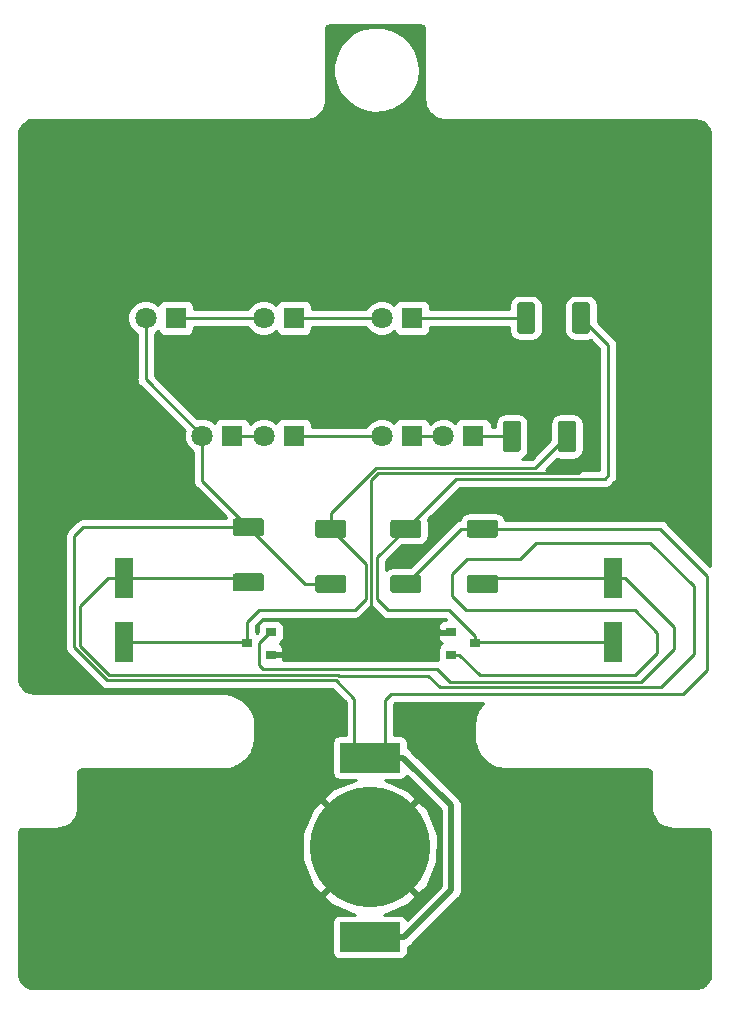
<source format=gbr>
G04 #@! TF.GenerationSoftware,KiCad,Pcbnew,(6.0.0-rc1-dev-1198-gf6cdcc1db)*
G04 #@! TF.CreationDate,2018-11-21T14:47:26-05:00*
G04 #@! TF.ProjectId,recurse-logo,72656375-7273-4652-9d6c-6f676f2e6b69,rev?*
G04 #@! TF.SameCoordinates,Original*
G04 #@! TF.FileFunction,Copper,L2,Bot*
G04 #@! TF.FilePolarity,Positive*
%FSLAX46Y46*%
G04 Gerber Fmt 4.6, Leading zero omitted, Abs format (unit mm)*
G04 Created by KiCad (PCBNEW (6.0.0-rc1-dev-1198-gf6cdcc1db)) date Wednesday, November 21, 2018 at 02:47:26 PM*
%MOMM*%
%LPD*%
G01*
G04 APERTURE LIST*
G04 #@! TA.AperFunction,ComponentPad*
%ADD10C,1.800000*%
G04 #@! TD*
G04 #@! TA.AperFunction,ComponentPad*
%ADD11R,1.800000X1.800000*%
G04 #@! TD*
G04 #@! TA.AperFunction,SMDPad,CuDef*
%ADD12R,5.100000X2.500000*%
G04 #@! TD*
G04 #@! TA.AperFunction,BGAPad,CuDef*
%ADD13C,10.200000*%
G04 #@! TD*
G04 #@! TA.AperFunction,SMDPad,CuDef*
%ADD14R,1.600000X3.500000*%
G04 #@! TD*
G04 #@! TA.AperFunction,SMDPad,CuDef*
%ADD15R,0.900000X0.800000*%
G04 #@! TD*
G04 #@! TA.AperFunction,Conductor*
%ADD16C,0.100000*%
G04 #@! TD*
G04 #@! TA.AperFunction,SMDPad,CuDef*
%ADD17C,1.525000*%
G04 #@! TD*
G04 #@! TA.AperFunction,Conductor*
%ADD18C,0.250000*%
G04 #@! TD*
G04 #@! TA.AperFunction,Conductor*
%ADD19C,0.500000*%
G04 #@! TD*
G04 #@! TA.AperFunction,Conductor*
%ADD20C,0.254000*%
G04 #@! TD*
G04 APERTURE END LIST*
D10*
G04 #@! TO.P,D6,2*
G04 #@! TO.N,Net-(D5-Pad1)*
X43460000Y-39500000D03*
D11*
G04 #@! TO.P,D6,1*
G04 #@! TO.N,Net-(D6-Pad1)*
X46000000Y-39500000D03*
G04 #@! TD*
D12*
G04 #@! TO.P,BT1,1*
G04 #@! TO.N,VCC*
X42447000Y-81924000D03*
X42447000Y-66724000D03*
D13*
G04 #@! TO.P,BT1,2*
G04 #@! TO.N,GND*
X42447000Y-74324000D03*
G04 #@! TD*
D14*
G04 #@! TO.P,C1,1*
G04 #@! TO.N,Net-(C1-Pad1)*
X63021000Y-51558000D03*
G04 #@! TO.P,C1,2*
G04 #@! TO.N,Net-(C1-Pad2)*
X63021000Y-56958000D03*
G04 #@! TD*
G04 #@! TO.P,C2,1*
G04 #@! TO.N,Net-(C2-Pad1)*
X21619000Y-51558000D03*
G04 #@! TO.P,C2,2*
G04 #@! TO.N,Net-(C2-Pad2)*
X21619000Y-56958000D03*
G04 #@! TD*
D15*
G04 #@! TO.P,Q2,1*
G04 #@! TO.N,Net-(C1-Pad1)*
X34049000Y-56102000D03*
G04 #@! TO.P,Q2,2*
G04 #@! TO.N,GND*
X34049000Y-58002000D03*
G04 #@! TO.P,Q2,3*
G04 #@! TO.N,Net-(C2-Pad2)*
X32049000Y-57052000D03*
G04 #@! TD*
G04 #@! TO.P,Q1,3*
G04 #@! TO.N,Net-(C1-Pad2)*
X51321000Y-57052000D03*
G04 #@! TO.P,Q1,2*
G04 #@! TO.N,GND*
X49321000Y-56102000D03*
G04 #@! TO.P,Q1,1*
G04 #@! TO.N,Net-(C2-Pad1)*
X49321000Y-58002000D03*
G04 #@! TD*
D16*
G04 #@! TO.N,Net-(D3-Pad1)*
G04 #@! TO.C,R1*
G36*
X56199505Y-28176204D02*
X56223773Y-28179804D01*
X56247572Y-28185765D01*
X56270671Y-28194030D01*
X56292850Y-28204520D01*
X56313893Y-28217132D01*
X56333599Y-28231747D01*
X56351777Y-28248223D01*
X56368253Y-28266401D01*
X56382868Y-28286107D01*
X56395480Y-28307150D01*
X56405970Y-28329329D01*
X56414235Y-28352428D01*
X56420196Y-28376227D01*
X56423796Y-28400495D01*
X56425000Y-28424999D01*
X56425000Y-30575001D01*
X56423796Y-30599505D01*
X56420196Y-30623773D01*
X56414235Y-30647572D01*
X56405970Y-30670671D01*
X56395480Y-30692850D01*
X56382868Y-30713893D01*
X56368253Y-30733599D01*
X56351777Y-30751777D01*
X56333599Y-30768253D01*
X56313893Y-30782868D01*
X56292850Y-30795480D01*
X56270671Y-30805970D01*
X56247572Y-30814235D01*
X56223773Y-30820196D01*
X56199505Y-30823796D01*
X56175001Y-30825000D01*
X55149999Y-30825000D01*
X55125495Y-30823796D01*
X55101227Y-30820196D01*
X55077428Y-30814235D01*
X55054329Y-30805970D01*
X55032150Y-30795480D01*
X55011107Y-30782868D01*
X54991401Y-30768253D01*
X54973223Y-30751777D01*
X54956747Y-30733599D01*
X54942132Y-30713893D01*
X54929520Y-30692850D01*
X54919030Y-30670671D01*
X54910765Y-30647572D01*
X54904804Y-30623773D01*
X54901204Y-30599505D01*
X54900000Y-30575001D01*
X54900000Y-28424999D01*
X54901204Y-28400495D01*
X54904804Y-28376227D01*
X54910765Y-28352428D01*
X54919030Y-28329329D01*
X54929520Y-28307150D01*
X54942132Y-28286107D01*
X54956747Y-28266401D01*
X54973223Y-28248223D01*
X54991401Y-28231747D01*
X55011107Y-28217132D01*
X55032150Y-28204520D01*
X55054329Y-28194030D01*
X55077428Y-28185765D01*
X55101227Y-28179804D01*
X55125495Y-28176204D01*
X55149999Y-28175000D01*
X56175001Y-28175000D01*
X56199505Y-28176204D01*
X56199505Y-28176204D01*
G37*
D17*
G04 #@! TD*
G04 #@! TO.P,R1,2*
G04 #@! TO.N,Net-(D3-Pad1)*
X55662500Y-29500000D03*
D16*
G04 #@! TO.N,Net-(C1-Pad2)*
G04 #@! TO.C,R1*
G36*
X60874505Y-28176204D02*
X60898773Y-28179804D01*
X60922572Y-28185765D01*
X60945671Y-28194030D01*
X60967850Y-28204520D01*
X60988893Y-28217132D01*
X61008599Y-28231747D01*
X61026777Y-28248223D01*
X61043253Y-28266401D01*
X61057868Y-28286107D01*
X61070480Y-28307150D01*
X61080970Y-28329329D01*
X61089235Y-28352428D01*
X61095196Y-28376227D01*
X61098796Y-28400495D01*
X61100000Y-28424999D01*
X61100000Y-30575001D01*
X61098796Y-30599505D01*
X61095196Y-30623773D01*
X61089235Y-30647572D01*
X61080970Y-30670671D01*
X61070480Y-30692850D01*
X61057868Y-30713893D01*
X61043253Y-30733599D01*
X61026777Y-30751777D01*
X61008599Y-30768253D01*
X60988893Y-30782868D01*
X60967850Y-30795480D01*
X60945671Y-30805970D01*
X60922572Y-30814235D01*
X60898773Y-30820196D01*
X60874505Y-30823796D01*
X60850001Y-30825000D01*
X59824999Y-30825000D01*
X59800495Y-30823796D01*
X59776227Y-30820196D01*
X59752428Y-30814235D01*
X59729329Y-30805970D01*
X59707150Y-30795480D01*
X59686107Y-30782868D01*
X59666401Y-30768253D01*
X59648223Y-30751777D01*
X59631747Y-30733599D01*
X59617132Y-30713893D01*
X59604520Y-30692850D01*
X59594030Y-30670671D01*
X59585765Y-30647572D01*
X59579804Y-30623773D01*
X59576204Y-30599505D01*
X59575000Y-30575001D01*
X59575000Y-28424999D01*
X59576204Y-28400495D01*
X59579804Y-28376227D01*
X59585765Y-28352428D01*
X59594030Y-28329329D01*
X59604520Y-28307150D01*
X59617132Y-28286107D01*
X59631747Y-28266401D01*
X59648223Y-28248223D01*
X59666401Y-28231747D01*
X59686107Y-28217132D01*
X59707150Y-28204520D01*
X59729329Y-28194030D01*
X59752428Y-28185765D01*
X59776227Y-28179804D01*
X59800495Y-28176204D01*
X59824999Y-28175000D01*
X60850001Y-28175000D01*
X60874505Y-28176204D01*
X60874505Y-28176204D01*
G37*
D17*
G04 #@! TD*
G04 #@! TO.P,R1,1*
G04 #@! TO.N,Net-(C1-Pad2)*
X60337500Y-29500000D03*
D16*
G04 #@! TO.N,Net-(C1-Pad2)*
G04 #@! TO.C,R2*
G36*
X46594505Y-46587204D02*
X46618773Y-46590804D01*
X46642572Y-46596765D01*
X46665671Y-46605030D01*
X46687850Y-46615520D01*
X46708893Y-46628132D01*
X46728599Y-46642747D01*
X46746777Y-46659223D01*
X46763253Y-46677401D01*
X46777868Y-46697107D01*
X46790480Y-46718150D01*
X46800970Y-46740329D01*
X46809235Y-46763428D01*
X46815196Y-46787227D01*
X46818796Y-46811495D01*
X46820000Y-46835999D01*
X46820000Y-47861001D01*
X46818796Y-47885505D01*
X46815196Y-47909773D01*
X46809235Y-47933572D01*
X46800970Y-47956671D01*
X46790480Y-47978850D01*
X46777868Y-47999893D01*
X46763253Y-48019599D01*
X46746777Y-48037777D01*
X46728599Y-48054253D01*
X46708893Y-48068868D01*
X46687850Y-48081480D01*
X46665671Y-48091970D01*
X46642572Y-48100235D01*
X46618773Y-48106196D01*
X46594505Y-48109796D01*
X46570001Y-48111000D01*
X44419999Y-48111000D01*
X44395495Y-48109796D01*
X44371227Y-48106196D01*
X44347428Y-48100235D01*
X44324329Y-48091970D01*
X44302150Y-48081480D01*
X44281107Y-48068868D01*
X44261401Y-48054253D01*
X44243223Y-48037777D01*
X44226747Y-48019599D01*
X44212132Y-47999893D01*
X44199520Y-47978850D01*
X44189030Y-47956671D01*
X44180765Y-47933572D01*
X44174804Y-47909773D01*
X44171204Y-47885505D01*
X44170000Y-47861001D01*
X44170000Y-46835999D01*
X44171204Y-46811495D01*
X44174804Y-46787227D01*
X44180765Y-46763428D01*
X44189030Y-46740329D01*
X44199520Y-46718150D01*
X44212132Y-46697107D01*
X44226747Y-46677401D01*
X44243223Y-46659223D01*
X44261401Y-46642747D01*
X44281107Y-46628132D01*
X44302150Y-46615520D01*
X44324329Y-46605030D01*
X44347428Y-46596765D01*
X44371227Y-46590804D01*
X44395495Y-46587204D01*
X44419999Y-46586000D01*
X46570001Y-46586000D01*
X46594505Y-46587204D01*
X46594505Y-46587204D01*
G37*
D17*
G04 #@! TD*
G04 #@! TO.P,R2,1*
G04 #@! TO.N,Net-(C1-Pad2)*
X45495000Y-47348500D03*
D16*
G04 #@! TO.N,VCC*
G04 #@! TO.C,R2*
G36*
X46594505Y-51262204D02*
X46618773Y-51265804D01*
X46642572Y-51271765D01*
X46665671Y-51280030D01*
X46687850Y-51290520D01*
X46708893Y-51303132D01*
X46728599Y-51317747D01*
X46746777Y-51334223D01*
X46763253Y-51352401D01*
X46777868Y-51372107D01*
X46790480Y-51393150D01*
X46800970Y-51415329D01*
X46809235Y-51438428D01*
X46815196Y-51462227D01*
X46818796Y-51486495D01*
X46820000Y-51510999D01*
X46820000Y-52536001D01*
X46818796Y-52560505D01*
X46815196Y-52584773D01*
X46809235Y-52608572D01*
X46800970Y-52631671D01*
X46790480Y-52653850D01*
X46777868Y-52674893D01*
X46763253Y-52694599D01*
X46746777Y-52712777D01*
X46728599Y-52729253D01*
X46708893Y-52743868D01*
X46687850Y-52756480D01*
X46665671Y-52766970D01*
X46642572Y-52775235D01*
X46618773Y-52781196D01*
X46594505Y-52784796D01*
X46570001Y-52786000D01*
X44419999Y-52786000D01*
X44395495Y-52784796D01*
X44371227Y-52781196D01*
X44347428Y-52775235D01*
X44324329Y-52766970D01*
X44302150Y-52756480D01*
X44281107Y-52743868D01*
X44261401Y-52729253D01*
X44243223Y-52712777D01*
X44226747Y-52694599D01*
X44212132Y-52674893D01*
X44199520Y-52653850D01*
X44189030Y-52631671D01*
X44180765Y-52608572D01*
X44174804Y-52584773D01*
X44171204Y-52560505D01*
X44170000Y-52536001D01*
X44170000Y-51510999D01*
X44171204Y-51486495D01*
X44174804Y-51462227D01*
X44180765Y-51438428D01*
X44189030Y-51415329D01*
X44199520Y-51393150D01*
X44212132Y-51372107D01*
X44226747Y-51352401D01*
X44243223Y-51334223D01*
X44261401Y-51317747D01*
X44281107Y-51303132D01*
X44302150Y-51290520D01*
X44324329Y-51280030D01*
X44347428Y-51271765D01*
X44371227Y-51265804D01*
X44395495Y-51262204D01*
X44419999Y-51261000D01*
X46570001Y-51261000D01*
X46594505Y-51262204D01*
X46594505Y-51262204D01*
G37*
D17*
G04 #@! TD*
G04 #@! TO.P,R2,2*
G04 #@! TO.N,VCC*
X45495000Y-52023500D03*
D16*
G04 #@! TO.N,VCC*
G04 #@! TO.C,R3*
G36*
X33259505Y-46460204D02*
X33283773Y-46463804D01*
X33307572Y-46469765D01*
X33330671Y-46478030D01*
X33352850Y-46488520D01*
X33373893Y-46501132D01*
X33393599Y-46515747D01*
X33411777Y-46532223D01*
X33428253Y-46550401D01*
X33442868Y-46570107D01*
X33455480Y-46591150D01*
X33465970Y-46613329D01*
X33474235Y-46636428D01*
X33480196Y-46660227D01*
X33483796Y-46684495D01*
X33485000Y-46708999D01*
X33485000Y-47734001D01*
X33483796Y-47758505D01*
X33480196Y-47782773D01*
X33474235Y-47806572D01*
X33465970Y-47829671D01*
X33455480Y-47851850D01*
X33442868Y-47872893D01*
X33428253Y-47892599D01*
X33411777Y-47910777D01*
X33393599Y-47927253D01*
X33373893Y-47941868D01*
X33352850Y-47954480D01*
X33330671Y-47964970D01*
X33307572Y-47973235D01*
X33283773Y-47979196D01*
X33259505Y-47982796D01*
X33235001Y-47984000D01*
X31084999Y-47984000D01*
X31060495Y-47982796D01*
X31036227Y-47979196D01*
X31012428Y-47973235D01*
X30989329Y-47964970D01*
X30967150Y-47954480D01*
X30946107Y-47941868D01*
X30926401Y-47927253D01*
X30908223Y-47910777D01*
X30891747Y-47892599D01*
X30877132Y-47872893D01*
X30864520Y-47851850D01*
X30854030Y-47829671D01*
X30845765Y-47806572D01*
X30839804Y-47782773D01*
X30836204Y-47758505D01*
X30835000Y-47734001D01*
X30835000Y-46708999D01*
X30836204Y-46684495D01*
X30839804Y-46660227D01*
X30845765Y-46636428D01*
X30854030Y-46613329D01*
X30864520Y-46591150D01*
X30877132Y-46570107D01*
X30891747Y-46550401D01*
X30908223Y-46532223D01*
X30926401Y-46515747D01*
X30946107Y-46501132D01*
X30967150Y-46488520D01*
X30989329Y-46478030D01*
X31012428Y-46469765D01*
X31036227Y-46463804D01*
X31060495Y-46460204D01*
X31084999Y-46459000D01*
X33235001Y-46459000D01*
X33259505Y-46460204D01*
X33259505Y-46460204D01*
G37*
D17*
G04 #@! TD*
G04 #@! TO.P,R3,2*
G04 #@! TO.N,VCC*
X32160000Y-47221500D03*
D16*
G04 #@! TO.N,Net-(C2-Pad1)*
G04 #@! TO.C,R3*
G36*
X33259505Y-51135204D02*
X33283773Y-51138804D01*
X33307572Y-51144765D01*
X33330671Y-51153030D01*
X33352850Y-51163520D01*
X33373893Y-51176132D01*
X33393599Y-51190747D01*
X33411777Y-51207223D01*
X33428253Y-51225401D01*
X33442868Y-51245107D01*
X33455480Y-51266150D01*
X33465970Y-51288329D01*
X33474235Y-51311428D01*
X33480196Y-51335227D01*
X33483796Y-51359495D01*
X33485000Y-51383999D01*
X33485000Y-52409001D01*
X33483796Y-52433505D01*
X33480196Y-52457773D01*
X33474235Y-52481572D01*
X33465970Y-52504671D01*
X33455480Y-52526850D01*
X33442868Y-52547893D01*
X33428253Y-52567599D01*
X33411777Y-52585777D01*
X33393599Y-52602253D01*
X33373893Y-52616868D01*
X33352850Y-52629480D01*
X33330671Y-52639970D01*
X33307572Y-52648235D01*
X33283773Y-52654196D01*
X33259505Y-52657796D01*
X33235001Y-52659000D01*
X31084999Y-52659000D01*
X31060495Y-52657796D01*
X31036227Y-52654196D01*
X31012428Y-52648235D01*
X30989329Y-52639970D01*
X30967150Y-52629480D01*
X30946107Y-52616868D01*
X30926401Y-52602253D01*
X30908223Y-52585777D01*
X30891747Y-52567599D01*
X30877132Y-52547893D01*
X30864520Y-52526850D01*
X30854030Y-52504671D01*
X30845765Y-52481572D01*
X30839804Y-52457773D01*
X30836204Y-52433505D01*
X30835000Y-52409001D01*
X30835000Y-51383999D01*
X30836204Y-51359495D01*
X30839804Y-51335227D01*
X30845765Y-51311428D01*
X30854030Y-51288329D01*
X30864520Y-51266150D01*
X30877132Y-51245107D01*
X30891747Y-51225401D01*
X30908223Y-51207223D01*
X30926401Y-51190747D01*
X30946107Y-51176132D01*
X30967150Y-51163520D01*
X30989329Y-51153030D01*
X31012428Y-51144765D01*
X31036227Y-51138804D01*
X31060495Y-51135204D01*
X31084999Y-51134000D01*
X33235001Y-51134000D01*
X33259505Y-51135204D01*
X33259505Y-51135204D01*
G37*
D17*
G04 #@! TD*
G04 #@! TO.P,R3,1*
G04 #@! TO.N,Net-(C2-Pad1)*
X32160000Y-51896500D03*
D16*
G04 #@! TO.N,VCC*
G04 #@! TO.C,R4*
G36*
X53071505Y-46587204D02*
X53095773Y-46590804D01*
X53119572Y-46596765D01*
X53142671Y-46605030D01*
X53164850Y-46615520D01*
X53185893Y-46628132D01*
X53205599Y-46642747D01*
X53223777Y-46659223D01*
X53240253Y-46677401D01*
X53254868Y-46697107D01*
X53267480Y-46718150D01*
X53277970Y-46740329D01*
X53286235Y-46763428D01*
X53292196Y-46787227D01*
X53295796Y-46811495D01*
X53297000Y-46835999D01*
X53297000Y-47861001D01*
X53295796Y-47885505D01*
X53292196Y-47909773D01*
X53286235Y-47933572D01*
X53277970Y-47956671D01*
X53267480Y-47978850D01*
X53254868Y-47999893D01*
X53240253Y-48019599D01*
X53223777Y-48037777D01*
X53205599Y-48054253D01*
X53185893Y-48068868D01*
X53164850Y-48081480D01*
X53142671Y-48091970D01*
X53119572Y-48100235D01*
X53095773Y-48106196D01*
X53071505Y-48109796D01*
X53047001Y-48111000D01*
X50896999Y-48111000D01*
X50872495Y-48109796D01*
X50848227Y-48106196D01*
X50824428Y-48100235D01*
X50801329Y-48091970D01*
X50779150Y-48081480D01*
X50758107Y-48068868D01*
X50738401Y-48054253D01*
X50720223Y-48037777D01*
X50703747Y-48019599D01*
X50689132Y-47999893D01*
X50676520Y-47978850D01*
X50666030Y-47956671D01*
X50657765Y-47933572D01*
X50651804Y-47909773D01*
X50648204Y-47885505D01*
X50647000Y-47861001D01*
X50647000Y-46835999D01*
X50648204Y-46811495D01*
X50651804Y-46787227D01*
X50657765Y-46763428D01*
X50666030Y-46740329D01*
X50676520Y-46718150D01*
X50689132Y-46697107D01*
X50703747Y-46677401D01*
X50720223Y-46659223D01*
X50738401Y-46642747D01*
X50758107Y-46628132D01*
X50779150Y-46615520D01*
X50801329Y-46605030D01*
X50824428Y-46596765D01*
X50848227Y-46590804D01*
X50872495Y-46587204D01*
X50896999Y-46586000D01*
X53047001Y-46586000D01*
X53071505Y-46587204D01*
X53071505Y-46587204D01*
G37*
D17*
G04 #@! TD*
G04 #@! TO.P,R4,1*
G04 #@! TO.N,VCC*
X51972000Y-47348500D03*
D16*
G04 #@! TO.N,Net-(C1-Pad1)*
G04 #@! TO.C,R4*
G36*
X53071505Y-51262204D02*
X53095773Y-51265804D01*
X53119572Y-51271765D01*
X53142671Y-51280030D01*
X53164850Y-51290520D01*
X53185893Y-51303132D01*
X53205599Y-51317747D01*
X53223777Y-51334223D01*
X53240253Y-51352401D01*
X53254868Y-51372107D01*
X53267480Y-51393150D01*
X53277970Y-51415329D01*
X53286235Y-51438428D01*
X53292196Y-51462227D01*
X53295796Y-51486495D01*
X53297000Y-51510999D01*
X53297000Y-52536001D01*
X53295796Y-52560505D01*
X53292196Y-52584773D01*
X53286235Y-52608572D01*
X53277970Y-52631671D01*
X53267480Y-52653850D01*
X53254868Y-52674893D01*
X53240253Y-52694599D01*
X53223777Y-52712777D01*
X53205599Y-52729253D01*
X53185893Y-52743868D01*
X53164850Y-52756480D01*
X53142671Y-52766970D01*
X53119572Y-52775235D01*
X53095773Y-52781196D01*
X53071505Y-52784796D01*
X53047001Y-52786000D01*
X50896999Y-52786000D01*
X50872495Y-52784796D01*
X50848227Y-52781196D01*
X50824428Y-52775235D01*
X50801329Y-52766970D01*
X50779150Y-52756480D01*
X50758107Y-52743868D01*
X50738401Y-52729253D01*
X50720223Y-52712777D01*
X50703747Y-52694599D01*
X50689132Y-52674893D01*
X50676520Y-52653850D01*
X50666030Y-52631671D01*
X50657765Y-52608572D01*
X50651804Y-52584773D01*
X50648204Y-52560505D01*
X50647000Y-52536001D01*
X50647000Y-51510999D01*
X50648204Y-51486495D01*
X50651804Y-51462227D01*
X50657765Y-51438428D01*
X50666030Y-51415329D01*
X50676520Y-51393150D01*
X50689132Y-51372107D01*
X50703747Y-51352401D01*
X50720223Y-51334223D01*
X50738401Y-51317747D01*
X50758107Y-51303132D01*
X50779150Y-51290520D01*
X50801329Y-51280030D01*
X50824428Y-51271765D01*
X50848227Y-51265804D01*
X50872495Y-51262204D01*
X50896999Y-51261000D01*
X53047001Y-51261000D01*
X53071505Y-51262204D01*
X53071505Y-51262204D01*
G37*
D17*
G04 #@! TD*
G04 #@! TO.P,R4,2*
G04 #@! TO.N,Net-(C1-Pad1)*
X51972000Y-52023500D03*
D16*
G04 #@! TO.N,Net-(C2-Pad2)*
G04 #@! TO.C,R5*
G36*
X40244505Y-46587204D02*
X40268773Y-46590804D01*
X40292572Y-46596765D01*
X40315671Y-46605030D01*
X40337850Y-46615520D01*
X40358893Y-46628132D01*
X40378599Y-46642747D01*
X40396777Y-46659223D01*
X40413253Y-46677401D01*
X40427868Y-46697107D01*
X40440480Y-46718150D01*
X40450970Y-46740329D01*
X40459235Y-46763428D01*
X40465196Y-46787227D01*
X40468796Y-46811495D01*
X40470000Y-46835999D01*
X40470000Y-47861001D01*
X40468796Y-47885505D01*
X40465196Y-47909773D01*
X40459235Y-47933572D01*
X40450970Y-47956671D01*
X40440480Y-47978850D01*
X40427868Y-47999893D01*
X40413253Y-48019599D01*
X40396777Y-48037777D01*
X40378599Y-48054253D01*
X40358893Y-48068868D01*
X40337850Y-48081480D01*
X40315671Y-48091970D01*
X40292572Y-48100235D01*
X40268773Y-48106196D01*
X40244505Y-48109796D01*
X40220001Y-48111000D01*
X38069999Y-48111000D01*
X38045495Y-48109796D01*
X38021227Y-48106196D01*
X37997428Y-48100235D01*
X37974329Y-48091970D01*
X37952150Y-48081480D01*
X37931107Y-48068868D01*
X37911401Y-48054253D01*
X37893223Y-48037777D01*
X37876747Y-48019599D01*
X37862132Y-47999893D01*
X37849520Y-47978850D01*
X37839030Y-47956671D01*
X37830765Y-47933572D01*
X37824804Y-47909773D01*
X37821204Y-47885505D01*
X37820000Y-47861001D01*
X37820000Y-46835999D01*
X37821204Y-46811495D01*
X37824804Y-46787227D01*
X37830765Y-46763428D01*
X37839030Y-46740329D01*
X37849520Y-46718150D01*
X37862132Y-46697107D01*
X37876747Y-46677401D01*
X37893223Y-46659223D01*
X37911401Y-46642747D01*
X37931107Y-46628132D01*
X37952150Y-46615520D01*
X37974329Y-46605030D01*
X37997428Y-46596765D01*
X38021227Y-46590804D01*
X38045495Y-46587204D01*
X38069999Y-46586000D01*
X40220001Y-46586000D01*
X40244505Y-46587204D01*
X40244505Y-46587204D01*
G37*
D17*
G04 #@! TD*
G04 #@! TO.P,R5,2*
G04 #@! TO.N,Net-(C2-Pad2)*
X39145000Y-47348500D03*
D16*
G04 #@! TO.N,VCC*
G04 #@! TO.C,R5*
G36*
X40244505Y-51262204D02*
X40268773Y-51265804D01*
X40292572Y-51271765D01*
X40315671Y-51280030D01*
X40337850Y-51290520D01*
X40358893Y-51303132D01*
X40378599Y-51317747D01*
X40396777Y-51334223D01*
X40413253Y-51352401D01*
X40427868Y-51372107D01*
X40440480Y-51393150D01*
X40450970Y-51415329D01*
X40459235Y-51438428D01*
X40465196Y-51462227D01*
X40468796Y-51486495D01*
X40470000Y-51510999D01*
X40470000Y-52536001D01*
X40468796Y-52560505D01*
X40465196Y-52584773D01*
X40459235Y-52608572D01*
X40450970Y-52631671D01*
X40440480Y-52653850D01*
X40427868Y-52674893D01*
X40413253Y-52694599D01*
X40396777Y-52712777D01*
X40378599Y-52729253D01*
X40358893Y-52743868D01*
X40337850Y-52756480D01*
X40315671Y-52766970D01*
X40292572Y-52775235D01*
X40268773Y-52781196D01*
X40244505Y-52784796D01*
X40220001Y-52786000D01*
X38069999Y-52786000D01*
X38045495Y-52784796D01*
X38021227Y-52781196D01*
X37997428Y-52775235D01*
X37974329Y-52766970D01*
X37952150Y-52756480D01*
X37931107Y-52743868D01*
X37911401Y-52729253D01*
X37893223Y-52712777D01*
X37876747Y-52694599D01*
X37862132Y-52674893D01*
X37849520Y-52653850D01*
X37839030Y-52631671D01*
X37830765Y-52608572D01*
X37824804Y-52584773D01*
X37821204Y-52560505D01*
X37820000Y-52536001D01*
X37820000Y-51510999D01*
X37821204Y-51486495D01*
X37824804Y-51462227D01*
X37830765Y-51438428D01*
X37839030Y-51415329D01*
X37849520Y-51393150D01*
X37862132Y-51372107D01*
X37876747Y-51352401D01*
X37893223Y-51334223D01*
X37911401Y-51317747D01*
X37931107Y-51303132D01*
X37952150Y-51290520D01*
X37974329Y-51280030D01*
X37997428Y-51271765D01*
X38021227Y-51265804D01*
X38045495Y-51262204D01*
X38069999Y-51261000D01*
X40220001Y-51261000D01*
X40244505Y-51262204D01*
X40244505Y-51262204D01*
G37*
D17*
G04 #@! TD*
G04 #@! TO.P,R5,1*
G04 #@! TO.N,VCC*
X39145000Y-52023500D03*
D16*
G04 #@! TO.N,Net-(D7-Pad1)*
G04 #@! TO.C,R6*
G36*
X54997505Y-38202204D02*
X55021773Y-38205804D01*
X55045572Y-38211765D01*
X55068671Y-38220030D01*
X55090850Y-38230520D01*
X55111893Y-38243132D01*
X55131599Y-38257747D01*
X55149777Y-38274223D01*
X55166253Y-38292401D01*
X55180868Y-38312107D01*
X55193480Y-38333150D01*
X55203970Y-38355329D01*
X55212235Y-38378428D01*
X55218196Y-38402227D01*
X55221796Y-38426495D01*
X55223000Y-38450999D01*
X55223000Y-40601001D01*
X55221796Y-40625505D01*
X55218196Y-40649773D01*
X55212235Y-40673572D01*
X55203970Y-40696671D01*
X55193480Y-40718850D01*
X55180868Y-40739893D01*
X55166253Y-40759599D01*
X55149777Y-40777777D01*
X55131599Y-40794253D01*
X55111893Y-40808868D01*
X55090850Y-40821480D01*
X55068671Y-40831970D01*
X55045572Y-40840235D01*
X55021773Y-40846196D01*
X54997505Y-40849796D01*
X54973001Y-40851000D01*
X53947999Y-40851000D01*
X53923495Y-40849796D01*
X53899227Y-40846196D01*
X53875428Y-40840235D01*
X53852329Y-40831970D01*
X53830150Y-40821480D01*
X53809107Y-40808868D01*
X53789401Y-40794253D01*
X53771223Y-40777777D01*
X53754747Y-40759599D01*
X53740132Y-40739893D01*
X53727520Y-40718850D01*
X53717030Y-40696671D01*
X53708765Y-40673572D01*
X53702804Y-40649773D01*
X53699204Y-40625505D01*
X53698000Y-40601001D01*
X53698000Y-38450999D01*
X53699204Y-38426495D01*
X53702804Y-38402227D01*
X53708765Y-38378428D01*
X53717030Y-38355329D01*
X53727520Y-38333150D01*
X53740132Y-38312107D01*
X53754747Y-38292401D01*
X53771223Y-38274223D01*
X53789401Y-38257747D01*
X53809107Y-38243132D01*
X53830150Y-38230520D01*
X53852329Y-38220030D01*
X53875428Y-38211765D01*
X53899227Y-38205804D01*
X53923495Y-38202204D01*
X53947999Y-38201000D01*
X54973001Y-38201000D01*
X54997505Y-38202204D01*
X54997505Y-38202204D01*
G37*
D17*
G04 #@! TD*
G04 #@! TO.P,R6,1*
G04 #@! TO.N,Net-(D7-Pad1)*
X54460500Y-39526000D03*
D16*
G04 #@! TO.N,Net-(C2-Pad2)*
G04 #@! TO.C,R6*
G36*
X59672505Y-38202204D02*
X59696773Y-38205804D01*
X59720572Y-38211765D01*
X59743671Y-38220030D01*
X59765850Y-38230520D01*
X59786893Y-38243132D01*
X59806599Y-38257747D01*
X59824777Y-38274223D01*
X59841253Y-38292401D01*
X59855868Y-38312107D01*
X59868480Y-38333150D01*
X59878970Y-38355329D01*
X59887235Y-38378428D01*
X59893196Y-38402227D01*
X59896796Y-38426495D01*
X59898000Y-38450999D01*
X59898000Y-40601001D01*
X59896796Y-40625505D01*
X59893196Y-40649773D01*
X59887235Y-40673572D01*
X59878970Y-40696671D01*
X59868480Y-40718850D01*
X59855868Y-40739893D01*
X59841253Y-40759599D01*
X59824777Y-40777777D01*
X59806599Y-40794253D01*
X59786893Y-40808868D01*
X59765850Y-40821480D01*
X59743671Y-40831970D01*
X59720572Y-40840235D01*
X59696773Y-40846196D01*
X59672505Y-40849796D01*
X59648001Y-40851000D01*
X58622999Y-40851000D01*
X58598495Y-40849796D01*
X58574227Y-40846196D01*
X58550428Y-40840235D01*
X58527329Y-40831970D01*
X58505150Y-40821480D01*
X58484107Y-40808868D01*
X58464401Y-40794253D01*
X58446223Y-40777777D01*
X58429747Y-40759599D01*
X58415132Y-40739893D01*
X58402520Y-40718850D01*
X58392030Y-40696671D01*
X58383765Y-40673572D01*
X58377804Y-40649773D01*
X58374204Y-40625505D01*
X58373000Y-40601001D01*
X58373000Y-38450999D01*
X58374204Y-38426495D01*
X58377804Y-38402227D01*
X58383765Y-38378428D01*
X58392030Y-38355329D01*
X58402520Y-38333150D01*
X58415132Y-38312107D01*
X58429747Y-38292401D01*
X58446223Y-38274223D01*
X58464401Y-38257747D01*
X58484107Y-38243132D01*
X58505150Y-38230520D01*
X58527329Y-38220030D01*
X58550428Y-38211765D01*
X58574227Y-38205804D01*
X58598495Y-38202204D01*
X58622999Y-38201000D01*
X59648001Y-38201000D01*
X59672505Y-38202204D01*
X59672505Y-38202204D01*
G37*
D17*
G04 #@! TD*
G04 #@! TO.P,R6,2*
G04 #@! TO.N,Net-(C2-Pad2)*
X59135500Y-39526000D03*
D10*
G04 #@! TO.P,D1,2*
G04 #@! TO.N,VCC*
X23460000Y-29500000D03*
D11*
G04 #@! TO.P,D1,1*
G04 #@! TO.N,Net-(D1-Pad1)*
X26000000Y-29500000D03*
G04 #@! TD*
D10*
G04 #@! TO.P,D2,2*
G04 #@! TO.N,Net-(D1-Pad1)*
X33460000Y-29500000D03*
D11*
G04 #@! TO.P,D2,1*
G04 #@! TO.N,Net-(D2-Pad1)*
X36000000Y-29500000D03*
G04 #@! TD*
G04 #@! TO.P,D3,1*
G04 #@! TO.N,Net-(D3-Pad1)*
X46000000Y-29500000D03*
D10*
G04 #@! TO.P,D3,2*
G04 #@! TO.N,Net-(D2-Pad1)*
X43460000Y-29500000D03*
G04 #@! TD*
D11*
G04 #@! TO.P,D4,1*
G04 #@! TO.N,Net-(D4-Pad1)*
X30800000Y-39500000D03*
D10*
G04 #@! TO.P,D4,2*
G04 #@! TO.N,VCC*
X28260000Y-39500000D03*
G04 #@! TD*
D11*
G04 #@! TO.P,D5,1*
G04 #@! TO.N,Net-(D5-Pad1)*
X36000000Y-39500000D03*
D10*
G04 #@! TO.P,D5,2*
G04 #@! TO.N,Net-(D4-Pad1)*
X33460000Y-39500000D03*
G04 #@! TD*
D11*
G04 #@! TO.P,D7,1*
G04 #@! TO.N,Net-(D7-Pad1)*
X51200000Y-39500000D03*
D10*
G04 #@! TO.P,D7,2*
G04 #@! TO.N,Net-(D6-Pad1)*
X48660000Y-39500000D03*
G04 #@! TD*
D18*
G04 #@! TO.N,VCC*
X36962000Y-52023500D02*
X39145000Y-52023500D01*
X32160000Y-47221500D02*
X36962000Y-52023500D01*
X50170000Y-47348500D02*
X45495000Y-52023500D01*
X51972000Y-47348500D02*
X50170000Y-47348500D01*
X41147000Y-81924000D02*
X42447000Y-81924000D01*
X42447000Y-66724000D02*
X43747000Y-66724000D01*
D19*
X49330400Y-77956200D02*
X45362600Y-81924000D01*
X49330400Y-70768000D02*
X49330400Y-77956200D01*
X45286400Y-66724000D02*
X49330400Y-70768000D01*
X45362600Y-81924000D02*
X42447000Y-81924000D01*
X43747000Y-66724000D02*
X45286400Y-66724000D01*
D18*
X67033500Y-47348500D02*
X51972000Y-47348500D01*
X71022000Y-51337000D02*
X67033500Y-47348500D01*
X68990000Y-61370000D02*
X71022000Y-59338000D01*
X43747000Y-66724000D02*
X43747000Y-61853000D01*
X44230000Y-61370000D02*
X68990000Y-61370000D01*
X71022000Y-59338000D02*
X71022000Y-51337000D01*
X43747000Y-61853000D02*
X44230000Y-61370000D01*
X17400000Y-48000000D02*
X18178500Y-47221500D01*
X17400000Y-57400000D02*
X17400000Y-48000000D01*
X18178500Y-47221500D02*
X19800000Y-47221500D01*
X41147000Y-66724000D02*
X41147000Y-61747000D01*
X39600000Y-60200000D02*
X20200000Y-60200000D01*
X42447000Y-66724000D02*
X41147000Y-66724000D01*
X41147000Y-61747000D02*
X39600000Y-60200000D01*
X20200000Y-60200000D02*
X17400000Y-57400000D01*
X19800000Y-47221500D02*
X19178500Y-47221500D01*
X32160000Y-47221500D02*
X19800000Y-47221500D01*
X23460000Y-34700000D02*
X28260000Y-39500000D01*
X23460000Y-29500000D02*
X23460000Y-34700000D01*
X28260000Y-43321500D02*
X28260000Y-39500000D01*
X32160000Y-47221500D02*
X28260000Y-43321500D01*
G04 #@! TO.N,GND*
X39653000Y-58002000D02*
X40735000Y-58002000D01*
X34049000Y-58002000D02*
X39653000Y-58002000D01*
X39653000Y-58002000D02*
X39846000Y-58002000D01*
X40735000Y-58002000D02*
X42635000Y-56102000D01*
X42635000Y-56102000D02*
X49112000Y-56102000D01*
X61425010Y-38891000D02*
X61425010Y-38686820D01*
X61425010Y-41313180D02*
X61425010Y-38891000D01*
X60095180Y-42643010D02*
X61425010Y-41313180D01*
X43139990Y-42643010D02*
X60095180Y-42643010D01*
X42574000Y-43209000D02*
X43139990Y-42643010D01*
X42574000Y-56041000D02*
X42574000Y-43209000D01*
X42635000Y-56102000D02*
X42574000Y-56041000D01*
X33582400Y-65459400D02*
X42447000Y-74324000D01*
X33582400Y-62382400D02*
X33582400Y-65459400D01*
X56925000Y-12729000D02*
X13618000Y-12729000D01*
X13618000Y-12729000D02*
X12729000Y-13618000D01*
X14786400Y-61243000D02*
X32443000Y-61243000D01*
X12729000Y-13618000D02*
X12729000Y-59185600D01*
X58017200Y-13821200D02*
X56925000Y-12729000D01*
X58017200Y-31855200D02*
X58017200Y-13821200D01*
X32443000Y-61243000D02*
X33582400Y-62382400D01*
X12729000Y-59185600D02*
X14786400Y-61243000D01*
X61425010Y-35263010D02*
X58017200Y-31855200D01*
X61425010Y-38891000D02*
X61425010Y-35263010D01*
G04 #@! TO.N,Net-(C1-Pad1)*
X52437500Y-51558000D02*
X51972000Y-52023500D01*
X63021000Y-51558000D02*
X52437500Y-51558000D01*
X50625800Y-60310390D02*
X50480590Y-60310390D01*
X65426810Y-60310390D02*
X50625800Y-60310390D01*
X68177200Y-55664200D02*
X68177200Y-57560000D01*
X68177200Y-57560000D02*
X65426810Y-60310390D01*
X64071000Y-51558000D02*
X68177200Y-55664200D01*
X63021000Y-51558000D02*
X64071000Y-51558000D01*
X33999000Y-56102000D02*
X34049000Y-56102000D01*
X33049000Y-57052000D02*
X33999000Y-56102000D01*
X48127010Y-59200000D02*
X33393600Y-59200000D01*
X33049000Y-58855400D02*
X33049000Y-57052000D01*
X33393600Y-59200000D02*
X33049000Y-58855400D01*
X49237400Y-60310390D02*
X48127010Y-59200000D01*
X50625800Y-60310390D02*
X49237400Y-60310390D01*
G04 #@! TO.N,Net-(C1-Pad2)*
X51415000Y-56958000D02*
X51321000Y-57052000D01*
X63021000Y-56958000D02*
X51415000Y-56958000D01*
X43056600Y-49786900D02*
X45495000Y-47348500D01*
X43056600Y-53292800D02*
X43056600Y-49786900D01*
X49177000Y-54258000D02*
X44021800Y-54258000D01*
X51321000Y-56402000D02*
X49177000Y-54258000D01*
X51321000Y-57052000D02*
X51321000Y-56402000D01*
X44021800Y-54258000D02*
X43056600Y-53292800D01*
X62360600Y-43107400D02*
X62640000Y-42828000D01*
X62640000Y-31802500D02*
X60337500Y-29500000D01*
X62640000Y-42828000D02*
X62640000Y-31802500D01*
X49736100Y-43107400D02*
X62360600Y-43107400D01*
X45495000Y-47348500D02*
X49736100Y-43107400D01*
G04 #@! TO.N,Net-(C2-Pad2)*
X31955000Y-56958000D02*
X32049000Y-57052000D01*
X21619000Y-56958000D02*
X31955000Y-56958000D01*
X56468501Y-42192999D02*
X59135500Y-39526000D01*
X39145000Y-47348500D02*
X39145000Y-45977600D01*
X47425400Y-42192999D02*
X56468501Y-42192999D01*
X42929601Y-42192999D02*
X47425400Y-42192999D01*
X39145000Y-45977600D02*
X42929601Y-42192999D01*
X47017590Y-42192999D02*
X47425400Y-42192999D01*
X42116800Y-50320300D02*
X39145000Y-47348500D01*
X42116800Y-53267400D02*
X42116800Y-50320300D01*
X41177000Y-54207200D02*
X42116800Y-53267400D01*
X33049000Y-54207200D02*
X41177000Y-54207200D01*
X32049000Y-55207200D02*
X33049000Y-54207200D01*
X32049000Y-57052000D02*
X32049000Y-55207200D01*
G04 #@! TO.N,Net-(C2-Pad1)*
X21619000Y-51558000D02*
X21619000Y-50608000D01*
X31821500Y-51558000D02*
X32160000Y-51896500D01*
X21619000Y-51558000D02*
X31821500Y-51558000D01*
X20242000Y-51558000D02*
X21619000Y-51558000D01*
X17936000Y-53864000D02*
X20242000Y-51558000D01*
X48360400Y-60760400D02*
X47400000Y-59800000D01*
X67059600Y-60760400D02*
X48360400Y-60760400D01*
X17936000Y-57299590D02*
X17936000Y-53864000D01*
X39786400Y-59749989D02*
X20386399Y-59749989D01*
X47400000Y-59800000D02*
X39836411Y-59800000D01*
X69879000Y-52226000D02*
X69879000Y-57941000D01*
X66196000Y-48543000D02*
X69879000Y-52226000D01*
X39836411Y-59800000D02*
X39786400Y-59749989D01*
X55147000Y-49940000D02*
X56544000Y-48543000D01*
X50702000Y-49940000D02*
X55147000Y-49940000D01*
X49432000Y-51210000D02*
X50702000Y-49940000D01*
X69879000Y-57941000D02*
X67059600Y-60760400D01*
X56544000Y-48543000D02*
X66196000Y-48543000D01*
X49432000Y-53064200D02*
X49432000Y-51210000D01*
X64875200Y-54258000D02*
X50625800Y-54258000D01*
X20386399Y-59749989D02*
X17936000Y-57299590D01*
X50625800Y-54258000D02*
X49432000Y-53064200D01*
X66780200Y-56163000D02*
X64875200Y-54258000D01*
X66780200Y-57864800D02*
X66780200Y-56163000D01*
X64926000Y-59719000D02*
X66780200Y-57864800D01*
X49321000Y-58002000D02*
X50021000Y-58002000D01*
X51738000Y-59719000D02*
X64926000Y-59719000D01*
X50021000Y-58002000D02*
X51738000Y-59719000D01*
G04 #@! TO.N,Net-(D1-Pad1)*
X26000000Y-29500000D02*
X33460000Y-29500000D01*
G04 #@! TO.N,Net-(D2-Pad1)*
X36000000Y-29500000D02*
X43460000Y-29500000D01*
G04 #@! TO.N,Net-(D3-Pad1)*
X46000000Y-29500000D02*
X47150000Y-29500000D01*
X55662500Y-29500000D02*
X46000000Y-29500000D01*
G04 #@! TO.N,Net-(D4-Pad1)*
X31950000Y-39500000D02*
X33460000Y-39500000D01*
X30800000Y-39500000D02*
X31950000Y-39500000D01*
G04 #@! TO.N,Net-(D5-Pad1)*
X37150000Y-39500000D02*
X43460000Y-39500000D01*
X36000000Y-39500000D02*
X37150000Y-39500000D01*
G04 #@! TO.N,Net-(D6-Pad1)*
X48660000Y-39500000D02*
X46000000Y-39500000D01*
G04 #@! TO.N,Net-(D7-Pad1)*
X54434500Y-39500000D02*
X54460500Y-39526000D01*
X51200000Y-39500000D02*
X54434500Y-39500000D01*
G04 #@! TD*
D20*
G04 #@! TO.N,GND*
G36*
X46895901Y-4768475D02*
X46977201Y-4822798D01*
X47031525Y-4904101D01*
X47065000Y-5072390D01*
X47065001Y-11072388D01*
X47079123Y-11143384D01*
X47079123Y-11143391D01*
X47155243Y-11526074D01*
X47264990Y-11791027D01*
X47481762Y-12115451D01*
X47584586Y-12218274D01*
X47684549Y-12318237D01*
X48008973Y-12535010D01*
X48086576Y-12567154D01*
X48273926Y-12644757D01*
X48656609Y-12720877D01*
X48656611Y-12720877D01*
X48727612Y-12735000D01*
X69947636Y-12735000D01*
X70352940Y-12793044D01*
X70677504Y-12940614D01*
X70947607Y-13173350D01*
X71141532Y-13472539D01*
X71250970Y-13838479D01*
X71265001Y-14027286D01*
X71265000Y-50505198D01*
X67623831Y-46864030D01*
X67581429Y-46800571D01*
X67330037Y-46632596D01*
X67108352Y-46588500D01*
X67108347Y-46588500D01*
X67033500Y-46573612D01*
X66958653Y-46588500D01*
X53895210Y-46588500D01*
X53876127Y-46492564D01*
X53681586Y-46201414D01*
X53390436Y-46006873D01*
X53047001Y-45938560D01*
X50896999Y-45938560D01*
X50553564Y-46006873D01*
X50262414Y-46201414D01*
X50067873Y-46492564D01*
X50046881Y-46598101D01*
X49873463Y-46632596D01*
X49873461Y-46632597D01*
X49873462Y-46632597D01*
X49685526Y-46758171D01*
X49685524Y-46758173D01*
X49622071Y-46800571D01*
X49579673Y-46864024D01*
X45830139Y-50613560D01*
X44419999Y-50613560D01*
X44076564Y-50681873D01*
X43816600Y-50855576D01*
X43816600Y-50101701D01*
X45159862Y-48758440D01*
X46570001Y-48758440D01*
X46913436Y-48690127D01*
X47204586Y-48495586D01*
X47399127Y-48204436D01*
X47467440Y-47861001D01*
X47467440Y-46835999D01*
X47403542Y-46514759D01*
X50050902Y-43867400D01*
X62285753Y-43867400D01*
X62360600Y-43882288D01*
X62435447Y-43867400D01*
X62435452Y-43867400D01*
X62657137Y-43823304D01*
X62908529Y-43655329D01*
X62950931Y-43591870D01*
X63124470Y-43418331D01*
X63187929Y-43375929D01*
X63355904Y-43124537D01*
X63400000Y-42902852D01*
X63400000Y-42902848D01*
X63414888Y-42828001D01*
X63400000Y-42753154D01*
X63400000Y-31877348D01*
X63414888Y-31802500D01*
X63400000Y-31727652D01*
X63400000Y-31727648D01*
X63355904Y-31505963D01*
X63355904Y-31505962D01*
X63230329Y-31318027D01*
X63187929Y-31254571D01*
X63124473Y-31212171D01*
X61747440Y-29835139D01*
X61747440Y-28424999D01*
X61679127Y-28081564D01*
X61484586Y-27790414D01*
X61193436Y-27595873D01*
X60850001Y-27527560D01*
X59824999Y-27527560D01*
X59481564Y-27595873D01*
X59190414Y-27790414D01*
X58995873Y-28081564D01*
X58927560Y-28424999D01*
X58927560Y-30575001D01*
X58995873Y-30918436D01*
X59190414Y-31209586D01*
X59481564Y-31404127D01*
X59824999Y-31472440D01*
X60850001Y-31472440D01*
X61171240Y-31408542D01*
X61880001Y-32117303D01*
X61880000Y-42347400D01*
X57388901Y-42347400D01*
X58301760Y-41434542D01*
X58622999Y-41498440D01*
X59648001Y-41498440D01*
X59991436Y-41430127D01*
X60282586Y-41235586D01*
X60477127Y-40944436D01*
X60545440Y-40601001D01*
X60545440Y-38450999D01*
X60477127Y-38107564D01*
X60282586Y-37816414D01*
X59991436Y-37621873D01*
X59648001Y-37553560D01*
X58622999Y-37553560D01*
X58279564Y-37621873D01*
X57988414Y-37816414D01*
X57793873Y-38107564D01*
X57725560Y-38450999D01*
X57725560Y-39861138D01*
X56153700Y-41432999D01*
X55301997Y-41432999D01*
X55316436Y-41430127D01*
X55607586Y-41235586D01*
X55802127Y-40944436D01*
X55870440Y-40601001D01*
X55870440Y-38450999D01*
X55802127Y-38107564D01*
X55607586Y-37816414D01*
X55316436Y-37621873D01*
X54973001Y-37553560D01*
X53947999Y-37553560D01*
X53604564Y-37621873D01*
X53313414Y-37816414D01*
X53118873Y-38107564D01*
X53050560Y-38450999D01*
X53050560Y-38740000D01*
X52747440Y-38740000D01*
X52747440Y-38600000D01*
X52698157Y-38352235D01*
X52557809Y-38142191D01*
X52347765Y-38001843D01*
X52100000Y-37952560D01*
X50300000Y-37952560D01*
X50052235Y-38001843D01*
X49842191Y-38142191D01*
X49701843Y-38352235D01*
X49698725Y-38367908D01*
X49529507Y-38198690D01*
X48965330Y-37965000D01*
X48354670Y-37965000D01*
X47790493Y-38198690D01*
X47521184Y-38467999D01*
X47498157Y-38352235D01*
X47357809Y-38142191D01*
X47147765Y-38001843D01*
X46900000Y-37952560D01*
X45100000Y-37952560D01*
X44852235Y-38001843D01*
X44642191Y-38142191D01*
X44501843Y-38352235D01*
X44498725Y-38367908D01*
X44329507Y-38198690D01*
X43765330Y-37965000D01*
X43154670Y-37965000D01*
X42590493Y-38198690D01*
X42158690Y-38630493D01*
X42113331Y-38740000D01*
X37547440Y-38740000D01*
X37547440Y-38600000D01*
X37498157Y-38352235D01*
X37357809Y-38142191D01*
X37147765Y-38001843D01*
X36900000Y-37952560D01*
X35100000Y-37952560D01*
X34852235Y-38001843D01*
X34642191Y-38142191D01*
X34501843Y-38352235D01*
X34498725Y-38367908D01*
X34329507Y-38198690D01*
X33765330Y-37965000D01*
X33154670Y-37965000D01*
X32590493Y-38198690D01*
X32321184Y-38467999D01*
X32298157Y-38352235D01*
X32157809Y-38142191D01*
X31947765Y-38001843D01*
X31700000Y-37952560D01*
X29900000Y-37952560D01*
X29652235Y-38001843D01*
X29442191Y-38142191D01*
X29301843Y-38352235D01*
X29298725Y-38367908D01*
X29129507Y-38198690D01*
X28565330Y-37965000D01*
X27954670Y-37965000D01*
X27845162Y-38010360D01*
X24220000Y-34385199D01*
X24220000Y-30846669D01*
X24329507Y-30801310D01*
X24498725Y-30632092D01*
X24501843Y-30647765D01*
X24642191Y-30857809D01*
X24852235Y-30998157D01*
X25100000Y-31047440D01*
X26900000Y-31047440D01*
X27147765Y-30998157D01*
X27357809Y-30857809D01*
X27498157Y-30647765D01*
X27547440Y-30400000D01*
X27547440Y-30260000D01*
X32113331Y-30260000D01*
X32158690Y-30369507D01*
X32590493Y-30801310D01*
X33154670Y-31035000D01*
X33765330Y-31035000D01*
X34329507Y-30801310D01*
X34498725Y-30632092D01*
X34501843Y-30647765D01*
X34642191Y-30857809D01*
X34852235Y-30998157D01*
X35100000Y-31047440D01*
X36900000Y-31047440D01*
X37147765Y-30998157D01*
X37357809Y-30857809D01*
X37498157Y-30647765D01*
X37547440Y-30400000D01*
X37547440Y-30260000D01*
X42113331Y-30260000D01*
X42158690Y-30369507D01*
X42590493Y-30801310D01*
X43154670Y-31035000D01*
X43765330Y-31035000D01*
X44329507Y-30801310D01*
X44498725Y-30632092D01*
X44501843Y-30647765D01*
X44642191Y-30857809D01*
X44852235Y-30998157D01*
X45100000Y-31047440D01*
X46900000Y-31047440D01*
X47147765Y-30998157D01*
X47357809Y-30857809D01*
X47498157Y-30647765D01*
X47547440Y-30400000D01*
X47547440Y-30260000D01*
X54252560Y-30260000D01*
X54252560Y-30575001D01*
X54320873Y-30918436D01*
X54515414Y-31209586D01*
X54806564Y-31404127D01*
X55149999Y-31472440D01*
X56175001Y-31472440D01*
X56518436Y-31404127D01*
X56809586Y-31209586D01*
X57004127Y-30918436D01*
X57072440Y-30575001D01*
X57072440Y-28424999D01*
X57004127Y-28081564D01*
X56809586Y-27790414D01*
X56518436Y-27595873D01*
X56175001Y-27527560D01*
X55149999Y-27527560D01*
X54806564Y-27595873D01*
X54515414Y-27790414D01*
X54320873Y-28081564D01*
X54252560Y-28424999D01*
X54252560Y-28740000D01*
X47547440Y-28740000D01*
X47547440Y-28600000D01*
X47498157Y-28352235D01*
X47357809Y-28142191D01*
X47147765Y-28001843D01*
X46900000Y-27952560D01*
X45100000Y-27952560D01*
X44852235Y-28001843D01*
X44642191Y-28142191D01*
X44501843Y-28352235D01*
X44498725Y-28367908D01*
X44329507Y-28198690D01*
X43765330Y-27965000D01*
X43154670Y-27965000D01*
X42590493Y-28198690D01*
X42158690Y-28630493D01*
X42113331Y-28740000D01*
X37547440Y-28740000D01*
X37547440Y-28600000D01*
X37498157Y-28352235D01*
X37357809Y-28142191D01*
X37147765Y-28001843D01*
X36900000Y-27952560D01*
X35100000Y-27952560D01*
X34852235Y-28001843D01*
X34642191Y-28142191D01*
X34501843Y-28352235D01*
X34498725Y-28367908D01*
X34329507Y-28198690D01*
X33765330Y-27965000D01*
X33154670Y-27965000D01*
X32590493Y-28198690D01*
X32158690Y-28630493D01*
X32113331Y-28740000D01*
X27547440Y-28740000D01*
X27547440Y-28600000D01*
X27498157Y-28352235D01*
X27357809Y-28142191D01*
X27147765Y-28001843D01*
X26900000Y-27952560D01*
X25100000Y-27952560D01*
X24852235Y-28001843D01*
X24642191Y-28142191D01*
X24501843Y-28352235D01*
X24498725Y-28367908D01*
X24329507Y-28198690D01*
X23765330Y-27965000D01*
X23154670Y-27965000D01*
X22590493Y-28198690D01*
X22158690Y-28630493D01*
X21925000Y-29194670D01*
X21925000Y-29805330D01*
X22158690Y-30369507D01*
X22590493Y-30801310D01*
X22700000Y-30846669D01*
X22700001Y-34625148D01*
X22685112Y-34700000D01*
X22700001Y-34774852D01*
X22744097Y-34996537D01*
X22912072Y-35247929D01*
X22975528Y-35290329D01*
X26770360Y-39085162D01*
X26725000Y-39194670D01*
X26725000Y-39805330D01*
X26958690Y-40369507D01*
X27390493Y-40801310D01*
X27500001Y-40846670D01*
X27500000Y-43246653D01*
X27485112Y-43321500D01*
X27500000Y-43396347D01*
X27500000Y-43396351D01*
X27544096Y-43618036D01*
X27712071Y-43869429D01*
X27775530Y-43911831D01*
X30251458Y-46387760D01*
X30236790Y-46461500D01*
X18253346Y-46461500D01*
X18178499Y-46446612D01*
X18103652Y-46461500D01*
X18103648Y-46461500D01*
X17881963Y-46505596D01*
X17630571Y-46673571D01*
X17588171Y-46737027D01*
X16915528Y-47409671D01*
X16852072Y-47452071D01*
X16809672Y-47515527D01*
X16809671Y-47515528D01*
X16684097Y-47703463D01*
X16625112Y-48000000D01*
X16640001Y-48074852D01*
X16640000Y-57325153D01*
X16625112Y-57400000D01*
X16640000Y-57474847D01*
X16640000Y-57474851D01*
X16684096Y-57696536D01*
X16852071Y-57947929D01*
X16915530Y-57990331D01*
X19609670Y-60684472D01*
X19652071Y-60747929D01*
X19903463Y-60915904D01*
X20125148Y-60960000D01*
X20125153Y-60960000D01*
X20200000Y-60974888D01*
X20274847Y-60960000D01*
X39285199Y-60960000D01*
X40387001Y-62061804D01*
X40387000Y-64826560D01*
X39897000Y-64826560D01*
X39649235Y-64875843D01*
X39439191Y-65016191D01*
X39298843Y-65226235D01*
X39249560Y-65474000D01*
X39249560Y-67974000D01*
X39298843Y-68221765D01*
X39439191Y-68431809D01*
X39649235Y-68572157D01*
X39897000Y-68621440D01*
X41276083Y-68621440D01*
X39284200Y-69405843D01*
X39113567Y-69519857D01*
X38515354Y-70212749D01*
X42447000Y-74144395D01*
X46378646Y-70212749D01*
X45780433Y-69519857D01*
X43714755Y-68621440D01*
X44997000Y-68621440D01*
X45244765Y-68572157D01*
X45454809Y-68431809D01*
X45570095Y-68259273D01*
X48445400Y-71134579D01*
X48445401Y-77589620D01*
X45597418Y-80437603D01*
X45595157Y-80426235D01*
X45454809Y-80216191D01*
X45244765Y-80075843D01*
X44997000Y-80026560D01*
X43617917Y-80026560D01*
X45609800Y-79242157D01*
X45780433Y-79128143D01*
X46378646Y-78435251D01*
X42447000Y-74503605D01*
X38515354Y-78435251D01*
X39113567Y-79128143D01*
X41179245Y-80026560D01*
X39897000Y-80026560D01*
X39649235Y-80075843D01*
X39439191Y-80216191D01*
X39298843Y-80426235D01*
X39249560Y-80674000D01*
X39249560Y-83174000D01*
X39298843Y-83421765D01*
X39439191Y-83631809D01*
X39649235Y-83772157D01*
X39897000Y-83821440D01*
X44997000Y-83821440D01*
X45244765Y-83772157D01*
X45454809Y-83631809D01*
X45595157Y-83421765D01*
X45644440Y-83174000D01*
X45644440Y-82770277D01*
X45707910Y-82757652D01*
X46000649Y-82562049D01*
X46050025Y-82488153D01*
X49894556Y-78643623D01*
X49968449Y-78594249D01*
X50164052Y-78301510D01*
X50215400Y-78043365D01*
X50215400Y-78043361D01*
X50232737Y-77956200D01*
X50215400Y-77869039D01*
X50215400Y-70855161D01*
X50232737Y-70768000D01*
X50215400Y-70680839D01*
X50215400Y-70680835D01*
X50164052Y-70422690D01*
X50141454Y-70388870D01*
X50017824Y-70203845D01*
X50017823Y-70203844D01*
X49968449Y-70129951D01*
X49894556Y-70080577D01*
X45973825Y-66159847D01*
X45924449Y-66085951D01*
X45644440Y-65898854D01*
X45644440Y-65474000D01*
X45595157Y-65226235D01*
X45454809Y-65016191D01*
X45244765Y-64875843D01*
X44997000Y-64826560D01*
X44507000Y-64826560D01*
X44507000Y-62167801D01*
X44544801Y-62130000D01*
X52027707Y-62130000D01*
X51758285Y-62442679D01*
X51704518Y-62526752D01*
X51649774Y-62610092D01*
X51646007Y-62618243D01*
X51411302Y-63134451D01*
X51383297Y-63230221D01*
X51354140Y-63325590D01*
X51352812Y-63334470D01*
X51275240Y-63876135D01*
X51265000Y-63927613D01*
X51265001Y-65072388D01*
X51270351Y-65099287D01*
X51288989Y-65350088D01*
X51305091Y-65423323D01*
X51315265Y-65497597D01*
X51317785Y-65506215D01*
X51480261Y-66049500D01*
X51522110Y-66140068D01*
X51562835Y-66231111D01*
X51567673Y-66238676D01*
X51876101Y-66714521D01*
X51941691Y-66789708D01*
X52006328Y-66865657D01*
X52013094Y-66871560D01*
X52442679Y-67241715D01*
X52526742Y-67295476D01*
X52610091Y-67350226D01*
X52618238Y-67353990D01*
X52618241Y-67353992D01*
X52618244Y-67353993D01*
X53134451Y-67588698D01*
X53230231Y-67616706D01*
X53325590Y-67645860D01*
X53334468Y-67647188D01*
X53334470Y-67647188D01*
X53876131Y-67724760D01*
X53927612Y-67735000D01*
X65927610Y-67735000D01*
X66095901Y-67768475D01*
X66177201Y-67822798D01*
X66231525Y-67904101D01*
X66265000Y-68072390D01*
X66265001Y-68927609D01*
X66265000Y-68927613D01*
X66265001Y-69927609D01*
X66265000Y-69927613D01*
X66265001Y-71072388D01*
X66279123Y-71143384D01*
X66279123Y-71143391D01*
X66355243Y-71526074D01*
X66464990Y-71791027D01*
X66681762Y-72115451D01*
X66785823Y-72219511D01*
X66884549Y-72318237D01*
X67208973Y-72535010D01*
X67286576Y-72567154D01*
X67473926Y-72644757D01*
X67856609Y-72720877D01*
X67856611Y-72720877D01*
X67927612Y-72735000D01*
X70927610Y-72735000D01*
X71095901Y-72768475D01*
X71177201Y-72822798D01*
X71231525Y-72904101D01*
X71265000Y-73072390D01*
X71265001Y-73927609D01*
X71265000Y-73927613D01*
X71265001Y-84947629D01*
X71206956Y-85352938D01*
X71059385Y-85677504D01*
X70826650Y-85947606D01*
X70527459Y-86141532D01*
X70161525Y-86250970D01*
X69972727Y-86265000D01*
X14052364Y-86265000D01*
X13647062Y-86206956D01*
X13322496Y-86059385D01*
X13052394Y-85826650D01*
X12858468Y-85527459D01*
X12749030Y-85161525D01*
X12735000Y-84972727D01*
X12735000Y-75363949D01*
X36692865Y-75363949D01*
X37528843Y-77486800D01*
X37642857Y-77657433D01*
X38335749Y-78255646D01*
X42267395Y-74324000D01*
X42626605Y-74324000D01*
X46558251Y-78255646D01*
X47251143Y-77657433D01*
X48161099Y-75565224D01*
X48201135Y-73284051D01*
X47365157Y-71161200D01*
X47251143Y-70990567D01*
X46558251Y-70392354D01*
X42626605Y-74324000D01*
X42267395Y-74324000D01*
X38335749Y-70392354D01*
X37642857Y-70990567D01*
X36732901Y-73082776D01*
X36692865Y-75363949D01*
X12735000Y-75363949D01*
X12735000Y-73072390D01*
X12768475Y-72904099D01*
X12822798Y-72822799D01*
X12904101Y-72768475D01*
X13072390Y-72735000D01*
X16072388Y-72735000D01*
X16143389Y-72720877D01*
X16143391Y-72720877D01*
X16526074Y-72644757D01*
X16791027Y-72535010D01*
X17115451Y-72318238D01*
X17250641Y-72183046D01*
X17318237Y-72115451D01*
X17535010Y-71791027D01*
X17613451Y-71601652D01*
X17644757Y-71526074D01*
X17720877Y-71143391D01*
X17720877Y-71143389D01*
X17735000Y-71072388D01*
X17735000Y-68072390D01*
X17768475Y-67904099D01*
X17822798Y-67822799D01*
X17904101Y-67768475D01*
X18072390Y-67735000D01*
X30072388Y-67735000D01*
X30099295Y-67729648D01*
X30350088Y-67711011D01*
X30423323Y-67694909D01*
X30497597Y-67684735D01*
X30506215Y-67682215D01*
X31049500Y-67519739D01*
X31140068Y-67477890D01*
X31231111Y-67437165D01*
X31238676Y-67432327D01*
X31714521Y-67123899D01*
X31789708Y-67058309D01*
X31865657Y-66993672D01*
X31871560Y-66986906D01*
X32241715Y-66557321D01*
X32295476Y-66473258D01*
X32350226Y-66389909D01*
X32353992Y-66381758D01*
X32588698Y-65865549D01*
X32616706Y-65769769D01*
X32645860Y-65674410D01*
X32647188Y-65665530D01*
X32724760Y-65123869D01*
X32735000Y-65072388D01*
X32735000Y-63927612D01*
X32729648Y-63900705D01*
X32711011Y-63649912D01*
X32694909Y-63576677D01*
X32684735Y-63502403D01*
X32682215Y-63493785D01*
X32519738Y-62950500D01*
X32477890Y-62859932D01*
X32437164Y-62768889D01*
X32432327Y-62761324D01*
X32123899Y-62285478D01*
X32058310Y-62210293D01*
X31993672Y-62134343D01*
X31986906Y-62128440D01*
X31557321Y-61758285D01*
X31473248Y-61704518D01*
X31389908Y-61649774D01*
X31381757Y-61646007D01*
X30865549Y-61411302D01*
X30769779Y-61383297D01*
X30674410Y-61354140D01*
X30665530Y-61352812D01*
X30123869Y-61275240D01*
X30072388Y-61265000D01*
X14052364Y-61265000D01*
X13647062Y-61206956D01*
X13322496Y-61059385D01*
X13052394Y-60826650D01*
X12858468Y-60527459D01*
X12749030Y-60161525D01*
X12735000Y-59972727D01*
X12735000Y-14052364D01*
X12793044Y-13647060D01*
X12940614Y-13322496D01*
X13173350Y-13052393D01*
X13472539Y-12858468D01*
X13838479Y-12749030D01*
X14027273Y-12735000D01*
X37072388Y-12735000D01*
X37143389Y-12720877D01*
X37143391Y-12720877D01*
X37526074Y-12644757D01*
X37791027Y-12535010D01*
X38115451Y-12318238D01*
X38258278Y-12175410D01*
X38318237Y-12115451D01*
X38535010Y-11791027D01*
X38580743Y-11680617D01*
X38644757Y-11526074D01*
X38720877Y-11143391D01*
X38720877Y-11143389D01*
X38735000Y-11072388D01*
X38735000Y-8091919D01*
X39354405Y-8091919D01*
X39361075Y-8941209D01*
X39562946Y-9766186D01*
X39949188Y-10522596D01*
X40499082Y-11169863D01*
X41183131Y-11673267D01*
X41964641Y-12005804D01*
X42801691Y-12149635D01*
X43649378Y-12097046D01*
X44462230Y-11850857D01*
X45196646Y-11424274D01*
X45813228Y-10840181D01*
X46278903Y-10129909D01*
X46568690Y-9331560D01*
X46667044Y-8487957D01*
X46666592Y-8430358D01*
X46554999Y-7588404D01*
X46252708Y-6794705D01*
X45775934Y-6091835D01*
X45150253Y-5517499D01*
X44409228Y-5102505D01*
X43592608Y-4869114D01*
X42744200Y-4829846D01*
X41909513Y-4986807D01*
X41133323Y-5331578D01*
X40457265Y-5845664D01*
X39917605Y-6501489D01*
X39543292Y-7263873D01*
X39354405Y-8091919D01*
X38735000Y-8091919D01*
X38735000Y-5072390D01*
X38768475Y-4904099D01*
X38822798Y-4822799D01*
X38904101Y-4768475D01*
X39072390Y-4735000D01*
X46727610Y-4735000D01*
X46895901Y-4768475D01*
X46895901Y-4768475D01*
G37*
X46895901Y-4768475D02*
X46977201Y-4822798D01*
X47031525Y-4904101D01*
X47065000Y-5072390D01*
X47065001Y-11072388D01*
X47079123Y-11143384D01*
X47079123Y-11143391D01*
X47155243Y-11526074D01*
X47264990Y-11791027D01*
X47481762Y-12115451D01*
X47584586Y-12218274D01*
X47684549Y-12318237D01*
X48008973Y-12535010D01*
X48086576Y-12567154D01*
X48273926Y-12644757D01*
X48656609Y-12720877D01*
X48656611Y-12720877D01*
X48727612Y-12735000D01*
X69947636Y-12735000D01*
X70352940Y-12793044D01*
X70677504Y-12940614D01*
X70947607Y-13173350D01*
X71141532Y-13472539D01*
X71250970Y-13838479D01*
X71265001Y-14027286D01*
X71265000Y-50505198D01*
X67623831Y-46864030D01*
X67581429Y-46800571D01*
X67330037Y-46632596D01*
X67108352Y-46588500D01*
X67108347Y-46588500D01*
X67033500Y-46573612D01*
X66958653Y-46588500D01*
X53895210Y-46588500D01*
X53876127Y-46492564D01*
X53681586Y-46201414D01*
X53390436Y-46006873D01*
X53047001Y-45938560D01*
X50896999Y-45938560D01*
X50553564Y-46006873D01*
X50262414Y-46201414D01*
X50067873Y-46492564D01*
X50046881Y-46598101D01*
X49873463Y-46632596D01*
X49873461Y-46632597D01*
X49873462Y-46632597D01*
X49685526Y-46758171D01*
X49685524Y-46758173D01*
X49622071Y-46800571D01*
X49579673Y-46864024D01*
X45830139Y-50613560D01*
X44419999Y-50613560D01*
X44076564Y-50681873D01*
X43816600Y-50855576D01*
X43816600Y-50101701D01*
X45159862Y-48758440D01*
X46570001Y-48758440D01*
X46913436Y-48690127D01*
X47204586Y-48495586D01*
X47399127Y-48204436D01*
X47467440Y-47861001D01*
X47467440Y-46835999D01*
X47403542Y-46514759D01*
X50050902Y-43867400D01*
X62285753Y-43867400D01*
X62360600Y-43882288D01*
X62435447Y-43867400D01*
X62435452Y-43867400D01*
X62657137Y-43823304D01*
X62908529Y-43655329D01*
X62950931Y-43591870D01*
X63124470Y-43418331D01*
X63187929Y-43375929D01*
X63355904Y-43124537D01*
X63400000Y-42902852D01*
X63400000Y-42902848D01*
X63414888Y-42828001D01*
X63400000Y-42753154D01*
X63400000Y-31877348D01*
X63414888Y-31802500D01*
X63400000Y-31727652D01*
X63400000Y-31727648D01*
X63355904Y-31505963D01*
X63355904Y-31505962D01*
X63230329Y-31318027D01*
X63187929Y-31254571D01*
X63124473Y-31212171D01*
X61747440Y-29835139D01*
X61747440Y-28424999D01*
X61679127Y-28081564D01*
X61484586Y-27790414D01*
X61193436Y-27595873D01*
X60850001Y-27527560D01*
X59824999Y-27527560D01*
X59481564Y-27595873D01*
X59190414Y-27790414D01*
X58995873Y-28081564D01*
X58927560Y-28424999D01*
X58927560Y-30575001D01*
X58995873Y-30918436D01*
X59190414Y-31209586D01*
X59481564Y-31404127D01*
X59824999Y-31472440D01*
X60850001Y-31472440D01*
X61171240Y-31408542D01*
X61880001Y-32117303D01*
X61880000Y-42347400D01*
X57388901Y-42347400D01*
X58301760Y-41434542D01*
X58622999Y-41498440D01*
X59648001Y-41498440D01*
X59991436Y-41430127D01*
X60282586Y-41235586D01*
X60477127Y-40944436D01*
X60545440Y-40601001D01*
X60545440Y-38450999D01*
X60477127Y-38107564D01*
X60282586Y-37816414D01*
X59991436Y-37621873D01*
X59648001Y-37553560D01*
X58622999Y-37553560D01*
X58279564Y-37621873D01*
X57988414Y-37816414D01*
X57793873Y-38107564D01*
X57725560Y-38450999D01*
X57725560Y-39861138D01*
X56153700Y-41432999D01*
X55301997Y-41432999D01*
X55316436Y-41430127D01*
X55607586Y-41235586D01*
X55802127Y-40944436D01*
X55870440Y-40601001D01*
X55870440Y-38450999D01*
X55802127Y-38107564D01*
X55607586Y-37816414D01*
X55316436Y-37621873D01*
X54973001Y-37553560D01*
X53947999Y-37553560D01*
X53604564Y-37621873D01*
X53313414Y-37816414D01*
X53118873Y-38107564D01*
X53050560Y-38450999D01*
X53050560Y-38740000D01*
X52747440Y-38740000D01*
X52747440Y-38600000D01*
X52698157Y-38352235D01*
X52557809Y-38142191D01*
X52347765Y-38001843D01*
X52100000Y-37952560D01*
X50300000Y-37952560D01*
X50052235Y-38001843D01*
X49842191Y-38142191D01*
X49701843Y-38352235D01*
X49698725Y-38367908D01*
X49529507Y-38198690D01*
X48965330Y-37965000D01*
X48354670Y-37965000D01*
X47790493Y-38198690D01*
X47521184Y-38467999D01*
X47498157Y-38352235D01*
X47357809Y-38142191D01*
X47147765Y-38001843D01*
X46900000Y-37952560D01*
X45100000Y-37952560D01*
X44852235Y-38001843D01*
X44642191Y-38142191D01*
X44501843Y-38352235D01*
X44498725Y-38367908D01*
X44329507Y-38198690D01*
X43765330Y-37965000D01*
X43154670Y-37965000D01*
X42590493Y-38198690D01*
X42158690Y-38630493D01*
X42113331Y-38740000D01*
X37547440Y-38740000D01*
X37547440Y-38600000D01*
X37498157Y-38352235D01*
X37357809Y-38142191D01*
X37147765Y-38001843D01*
X36900000Y-37952560D01*
X35100000Y-37952560D01*
X34852235Y-38001843D01*
X34642191Y-38142191D01*
X34501843Y-38352235D01*
X34498725Y-38367908D01*
X34329507Y-38198690D01*
X33765330Y-37965000D01*
X33154670Y-37965000D01*
X32590493Y-38198690D01*
X32321184Y-38467999D01*
X32298157Y-38352235D01*
X32157809Y-38142191D01*
X31947765Y-38001843D01*
X31700000Y-37952560D01*
X29900000Y-37952560D01*
X29652235Y-38001843D01*
X29442191Y-38142191D01*
X29301843Y-38352235D01*
X29298725Y-38367908D01*
X29129507Y-38198690D01*
X28565330Y-37965000D01*
X27954670Y-37965000D01*
X27845162Y-38010360D01*
X24220000Y-34385199D01*
X24220000Y-30846669D01*
X24329507Y-30801310D01*
X24498725Y-30632092D01*
X24501843Y-30647765D01*
X24642191Y-30857809D01*
X24852235Y-30998157D01*
X25100000Y-31047440D01*
X26900000Y-31047440D01*
X27147765Y-30998157D01*
X27357809Y-30857809D01*
X27498157Y-30647765D01*
X27547440Y-30400000D01*
X27547440Y-30260000D01*
X32113331Y-30260000D01*
X32158690Y-30369507D01*
X32590493Y-30801310D01*
X33154670Y-31035000D01*
X33765330Y-31035000D01*
X34329507Y-30801310D01*
X34498725Y-30632092D01*
X34501843Y-30647765D01*
X34642191Y-30857809D01*
X34852235Y-30998157D01*
X35100000Y-31047440D01*
X36900000Y-31047440D01*
X37147765Y-30998157D01*
X37357809Y-30857809D01*
X37498157Y-30647765D01*
X37547440Y-30400000D01*
X37547440Y-30260000D01*
X42113331Y-30260000D01*
X42158690Y-30369507D01*
X42590493Y-30801310D01*
X43154670Y-31035000D01*
X43765330Y-31035000D01*
X44329507Y-30801310D01*
X44498725Y-30632092D01*
X44501843Y-30647765D01*
X44642191Y-30857809D01*
X44852235Y-30998157D01*
X45100000Y-31047440D01*
X46900000Y-31047440D01*
X47147765Y-30998157D01*
X47357809Y-30857809D01*
X47498157Y-30647765D01*
X47547440Y-30400000D01*
X47547440Y-30260000D01*
X54252560Y-30260000D01*
X54252560Y-30575001D01*
X54320873Y-30918436D01*
X54515414Y-31209586D01*
X54806564Y-31404127D01*
X55149999Y-31472440D01*
X56175001Y-31472440D01*
X56518436Y-31404127D01*
X56809586Y-31209586D01*
X57004127Y-30918436D01*
X57072440Y-30575001D01*
X57072440Y-28424999D01*
X57004127Y-28081564D01*
X56809586Y-27790414D01*
X56518436Y-27595873D01*
X56175001Y-27527560D01*
X55149999Y-27527560D01*
X54806564Y-27595873D01*
X54515414Y-27790414D01*
X54320873Y-28081564D01*
X54252560Y-28424999D01*
X54252560Y-28740000D01*
X47547440Y-28740000D01*
X47547440Y-28600000D01*
X47498157Y-28352235D01*
X47357809Y-28142191D01*
X47147765Y-28001843D01*
X46900000Y-27952560D01*
X45100000Y-27952560D01*
X44852235Y-28001843D01*
X44642191Y-28142191D01*
X44501843Y-28352235D01*
X44498725Y-28367908D01*
X44329507Y-28198690D01*
X43765330Y-27965000D01*
X43154670Y-27965000D01*
X42590493Y-28198690D01*
X42158690Y-28630493D01*
X42113331Y-28740000D01*
X37547440Y-28740000D01*
X37547440Y-28600000D01*
X37498157Y-28352235D01*
X37357809Y-28142191D01*
X37147765Y-28001843D01*
X36900000Y-27952560D01*
X35100000Y-27952560D01*
X34852235Y-28001843D01*
X34642191Y-28142191D01*
X34501843Y-28352235D01*
X34498725Y-28367908D01*
X34329507Y-28198690D01*
X33765330Y-27965000D01*
X33154670Y-27965000D01*
X32590493Y-28198690D01*
X32158690Y-28630493D01*
X32113331Y-28740000D01*
X27547440Y-28740000D01*
X27547440Y-28600000D01*
X27498157Y-28352235D01*
X27357809Y-28142191D01*
X27147765Y-28001843D01*
X26900000Y-27952560D01*
X25100000Y-27952560D01*
X24852235Y-28001843D01*
X24642191Y-28142191D01*
X24501843Y-28352235D01*
X24498725Y-28367908D01*
X24329507Y-28198690D01*
X23765330Y-27965000D01*
X23154670Y-27965000D01*
X22590493Y-28198690D01*
X22158690Y-28630493D01*
X21925000Y-29194670D01*
X21925000Y-29805330D01*
X22158690Y-30369507D01*
X22590493Y-30801310D01*
X22700000Y-30846669D01*
X22700001Y-34625148D01*
X22685112Y-34700000D01*
X22700001Y-34774852D01*
X22744097Y-34996537D01*
X22912072Y-35247929D01*
X22975528Y-35290329D01*
X26770360Y-39085162D01*
X26725000Y-39194670D01*
X26725000Y-39805330D01*
X26958690Y-40369507D01*
X27390493Y-40801310D01*
X27500001Y-40846670D01*
X27500000Y-43246653D01*
X27485112Y-43321500D01*
X27500000Y-43396347D01*
X27500000Y-43396351D01*
X27544096Y-43618036D01*
X27712071Y-43869429D01*
X27775530Y-43911831D01*
X30251458Y-46387760D01*
X30236790Y-46461500D01*
X18253346Y-46461500D01*
X18178499Y-46446612D01*
X18103652Y-46461500D01*
X18103648Y-46461500D01*
X17881963Y-46505596D01*
X17630571Y-46673571D01*
X17588171Y-46737027D01*
X16915528Y-47409671D01*
X16852072Y-47452071D01*
X16809672Y-47515527D01*
X16809671Y-47515528D01*
X16684097Y-47703463D01*
X16625112Y-48000000D01*
X16640001Y-48074852D01*
X16640000Y-57325153D01*
X16625112Y-57400000D01*
X16640000Y-57474847D01*
X16640000Y-57474851D01*
X16684096Y-57696536D01*
X16852071Y-57947929D01*
X16915530Y-57990331D01*
X19609670Y-60684472D01*
X19652071Y-60747929D01*
X19903463Y-60915904D01*
X20125148Y-60960000D01*
X20125153Y-60960000D01*
X20200000Y-60974888D01*
X20274847Y-60960000D01*
X39285199Y-60960000D01*
X40387001Y-62061804D01*
X40387000Y-64826560D01*
X39897000Y-64826560D01*
X39649235Y-64875843D01*
X39439191Y-65016191D01*
X39298843Y-65226235D01*
X39249560Y-65474000D01*
X39249560Y-67974000D01*
X39298843Y-68221765D01*
X39439191Y-68431809D01*
X39649235Y-68572157D01*
X39897000Y-68621440D01*
X41276083Y-68621440D01*
X39284200Y-69405843D01*
X39113567Y-69519857D01*
X38515354Y-70212749D01*
X42447000Y-74144395D01*
X46378646Y-70212749D01*
X45780433Y-69519857D01*
X43714755Y-68621440D01*
X44997000Y-68621440D01*
X45244765Y-68572157D01*
X45454809Y-68431809D01*
X45570095Y-68259273D01*
X48445400Y-71134579D01*
X48445401Y-77589620D01*
X45597418Y-80437603D01*
X45595157Y-80426235D01*
X45454809Y-80216191D01*
X45244765Y-80075843D01*
X44997000Y-80026560D01*
X43617917Y-80026560D01*
X45609800Y-79242157D01*
X45780433Y-79128143D01*
X46378646Y-78435251D01*
X42447000Y-74503605D01*
X38515354Y-78435251D01*
X39113567Y-79128143D01*
X41179245Y-80026560D01*
X39897000Y-80026560D01*
X39649235Y-80075843D01*
X39439191Y-80216191D01*
X39298843Y-80426235D01*
X39249560Y-80674000D01*
X39249560Y-83174000D01*
X39298843Y-83421765D01*
X39439191Y-83631809D01*
X39649235Y-83772157D01*
X39897000Y-83821440D01*
X44997000Y-83821440D01*
X45244765Y-83772157D01*
X45454809Y-83631809D01*
X45595157Y-83421765D01*
X45644440Y-83174000D01*
X45644440Y-82770277D01*
X45707910Y-82757652D01*
X46000649Y-82562049D01*
X46050025Y-82488153D01*
X49894556Y-78643623D01*
X49968449Y-78594249D01*
X50164052Y-78301510D01*
X50215400Y-78043365D01*
X50215400Y-78043361D01*
X50232737Y-77956200D01*
X50215400Y-77869039D01*
X50215400Y-70855161D01*
X50232737Y-70768000D01*
X50215400Y-70680839D01*
X50215400Y-70680835D01*
X50164052Y-70422690D01*
X50141454Y-70388870D01*
X50017824Y-70203845D01*
X50017823Y-70203844D01*
X49968449Y-70129951D01*
X49894556Y-70080577D01*
X45973825Y-66159847D01*
X45924449Y-66085951D01*
X45644440Y-65898854D01*
X45644440Y-65474000D01*
X45595157Y-65226235D01*
X45454809Y-65016191D01*
X45244765Y-64875843D01*
X44997000Y-64826560D01*
X44507000Y-64826560D01*
X44507000Y-62167801D01*
X44544801Y-62130000D01*
X52027707Y-62130000D01*
X51758285Y-62442679D01*
X51704518Y-62526752D01*
X51649774Y-62610092D01*
X51646007Y-62618243D01*
X51411302Y-63134451D01*
X51383297Y-63230221D01*
X51354140Y-63325590D01*
X51352812Y-63334470D01*
X51275240Y-63876135D01*
X51265000Y-63927613D01*
X51265001Y-65072388D01*
X51270351Y-65099287D01*
X51288989Y-65350088D01*
X51305091Y-65423323D01*
X51315265Y-65497597D01*
X51317785Y-65506215D01*
X51480261Y-66049500D01*
X51522110Y-66140068D01*
X51562835Y-66231111D01*
X51567673Y-66238676D01*
X51876101Y-66714521D01*
X51941691Y-66789708D01*
X52006328Y-66865657D01*
X52013094Y-66871560D01*
X52442679Y-67241715D01*
X52526742Y-67295476D01*
X52610091Y-67350226D01*
X52618238Y-67353990D01*
X52618241Y-67353992D01*
X52618244Y-67353993D01*
X53134451Y-67588698D01*
X53230231Y-67616706D01*
X53325590Y-67645860D01*
X53334468Y-67647188D01*
X53334470Y-67647188D01*
X53876131Y-67724760D01*
X53927612Y-67735000D01*
X65927610Y-67735000D01*
X66095901Y-67768475D01*
X66177201Y-67822798D01*
X66231525Y-67904101D01*
X66265000Y-68072390D01*
X66265001Y-68927609D01*
X66265000Y-68927613D01*
X66265001Y-69927609D01*
X66265000Y-69927613D01*
X66265001Y-71072388D01*
X66279123Y-71143384D01*
X66279123Y-71143391D01*
X66355243Y-71526074D01*
X66464990Y-71791027D01*
X66681762Y-72115451D01*
X66785823Y-72219511D01*
X66884549Y-72318237D01*
X67208973Y-72535010D01*
X67286576Y-72567154D01*
X67473926Y-72644757D01*
X67856609Y-72720877D01*
X67856611Y-72720877D01*
X67927612Y-72735000D01*
X70927610Y-72735000D01*
X71095901Y-72768475D01*
X71177201Y-72822798D01*
X71231525Y-72904101D01*
X71265000Y-73072390D01*
X71265001Y-73927609D01*
X71265000Y-73927613D01*
X71265001Y-84947629D01*
X71206956Y-85352938D01*
X71059385Y-85677504D01*
X70826650Y-85947606D01*
X70527459Y-86141532D01*
X70161525Y-86250970D01*
X69972727Y-86265000D01*
X14052364Y-86265000D01*
X13647062Y-86206956D01*
X13322496Y-86059385D01*
X13052394Y-85826650D01*
X12858468Y-85527459D01*
X12749030Y-85161525D01*
X12735000Y-84972727D01*
X12735000Y-75363949D01*
X36692865Y-75363949D01*
X37528843Y-77486800D01*
X37642857Y-77657433D01*
X38335749Y-78255646D01*
X42267395Y-74324000D01*
X42626605Y-74324000D01*
X46558251Y-78255646D01*
X47251143Y-77657433D01*
X48161099Y-75565224D01*
X48201135Y-73284051D01*
X47365157Y-71161200D01*
X47251143Y-70990567D01*
X46558251Y-70392354D01*
X42626605Y-74324000D01*
X42267395Y-74324000D01*
X38335749Y-70392354D01*
X37642857Y-70990567D01*
X36732901Y-73082776D01*
X36692865Y-75363949D01*
X12735000Y-75363949D01*
X12735000Y-73072390D01*
X12768475Y-72904099D01*
X12822798Y-72822799D01*
X12904101Y-72768475D01*
X13072390Y-72735000D01*
X16072388Y-72735000D01*
X16143389Y-72720877D01*
X16143391Y-72720877D01*
X16526074Y-72644757D01*
X16791027Y-72535010D01*
X17115451Y-72318238D01*
X17250641Y-72183046D01*
X17318237Y-72115451D01*
X17535010Y-71791027D01*
X17613451Y-71601652D01*
X17644757Y-71526074D01*
X17720877Y-71143391D01*
X17720877Y-71143389D01*
X17735000Y-71072388D01*
X17735000Y-68072390D01*
X17768475Y-67904099D01*
X17822798Y-67822799D01*
X17904101Y-67768475D01*
X18072390Y-67735000D01*
X30072388Y-67735000D01*
X30099295Y-67729648D01*
X30350088Y-67711011D01*
X30423323Y-67694909D01*
X30497597Y-67684735D01*
X30506215Y-67682215D01*
X31049500Y-67519739D01*
X31140068Y-67477890D01*
X31231111Y-67437165D01*
X31238676Y-67432327D01*
X31714521Y-67123899D01*
X31789708Y-67058309D01*
X31865657Y-66993672D01*
X31871560Y-66986906D01*
X32241715Y-66557321D01*
X32295476Y-66473258D01*
X32350226Y-66389909D01*
X32353992Y-66381758D01*
X32588698Y-65865549D01*
X32616706Y-65769769D01*
X32645860Y-65674410D01*
X32647188Y-65665530D01*
X32724760Y-65123869D01*
X32735000Y-65072388D01*
X32735000Y-63927612D01*
X32729648Y-63900705D01*
X32711011Y-63649912D01*
X32694909Y-63576677D01*
X32684735Y-63502403D01*
X32682215Y-63493785D01*
X32519738Y-62950500D01*
X32477890Y-62859932D01*
X32437164Y-62768889D01*
X32432327Y-62761324D01*
X32123899Y-62285478D01*
X32058310Y-62210293D01*
X31993672Y-62134343D01*
X31986906Y-62128440D01*
X31557321Y-61758285D01*
X31473248Y-61704518D01*
X31389908Y-61649774D01*
X31381757Y-61646007D01*
X30865549Y-61411302D01*
X30769779Y-61383297D01*
X30674410Y-61354140D01*
X30665530Y-61352812D01*
X30123869Y-61275240D01*
X30072388Y-61265000D01*
X14052364Y-61265000D01*
X13647062Y-61206956D01*
X13322496Y-61059385D01*
X13052394Y-60826650D01*
X12858468Y-60527459D01*
X12749030Y-60161525D01*
X12735000Y-59972727D01*
X12735000Y-14052364D01*
X12793044Y-13647060D01*
X12940614Y-13322496D01*
X13173350Y-13052393D01*
X13472539Y-12858468D01*
X13838479Y-12749030D01*
X14027273Y-12735000D01*
X37072388Y-12735000D01*
X37143389Y-12720877D01*
X37143391Y-12720877D01*
X37526074Y-12644757D01*
X37791027Y-12535010D01*
X38115451Y-12318238D01*
X38258278Y-12175410D01*
X38318237Y-12115451D01*
X38535010Y-11791027D01*
X38580743Y-11680617D01*
X38644757Y-11526074D01*
X38720877Y-11143391D01*
X38720877Y-11143389D01*
X38735000Y-11072388D01*
X38735000Y-8091919D01*
X39354405Y-8091919D01*
X39361075Y-8941209D01*
X39562946Y-9766186D01*
X39949188Y-10522596D01*
X40499082Y-11169863D01*
X41183131Y-11673267D01*
X41964641Y-12005804D01*
X42801691Y-12149635D01*
X43649378Y-12097046D01*
X44462230Y-11850857D01*
X45196646Y-11424274D01*
X45813228Y-10840181D01*
X46278903Y-10129909D01*
X46568690Y-9331560D01*
X46667044Y-8487957D01*
X46666592Y-8430358D01*
X46554999Y-7588404D01*
X46252708Y-6794705D01*
X45775934Y-6091835D01*
X45150253Y-5517499D01*
X44409228Y-5102505D01*
X43592608Y-4869114D01*
X42744200Y-4829846D01*
X41909513Y-4986807D01*
X41133323Y-5331578D01*
X40457265Y-5845664D01*
X39917605Y-6501489D01*
X39543292Y-7263873D01*
X39354405Y-8091919D01*
X38735000Y-8091919D01*
X38735000Y-5072390D01*
X38768475Y-4904099D01*
X38822798Y-4822799D01*
X38904101Y-4768475D01*
X39072390Y-4735000D01*
X46727610Y-4735000D01*
X46895901Y-4768475D01*
G36*
X43431470Y-54742472D02*
X43473871Y-54805929D01*
X43725263Y-54973904D01*
X43946948Y-55018000D01*
X43946953Y-55018000D01*
X44021800Y-55032888D01*
X44096647Y-55018000D01*
X48862199Y-55018000D01*
X48911199Y-55067000D01*
X48744691Y-55067000D01*
X48511302Y-55163673D01*
X48332673Y-55342301D01*
X48236000Y-55575690D01*
X48236000Y-55816250D01*
X48394750Y-55975000D01*
X49194000Y-55975000D01*
X49194000Y-55955000D01*
X49448000Y-55955000D01*
X49448000Y-55975000D01*
X49468000Y-55975000D01*
X49468000Y-56229000D01*
X49448000Y-56229000D01*
X49448000Y-56249000D01*
X49194000Y-56249000D01*
X49194000Y-56229000D01*
X48394750Y-56229000D01*
X48236000Y-56387750D01*
X48236000Y-56628310D01*
X48332673Y-56861699D01*
X48511302Y-57040327D01*
X48546694Y-57054987D01*
X48413191Y-57144191D01*
X48272843Y-57354235D01*
X48223560Y-57602000D01*
X48223560Y-58402000D01*
X48232324Y-58446059D01*
X48201862Y-58440000D01*
X48201857Y-58440000D01*
X48127010Y-58425112D01*
X48052163Y-58440000D01*
X35134000Y-58440000D01*
X35134000Y-58287750D01*
X34975250Y-58129000D01*
X34176000Y-58129000D01*
X34176000Y-58149000D01*
X33922000Y-58149000D01*
X33922000Y-58129000D01*
X33902000Y-58129000D01*
X33902000Y-57875000D01*
X33922000Y-57875000D01*
X33922000Y-57855000D01*
X34176000Y-57855000D01*
X34176000Y-57875000D01*
X34975250Y-57875000D01*
X35134000Y-57716250D01*
X35134000Y-57475690D01*
X35037327Y-57242301D01*
X34858698Y-57063673D01*
X34823306Y-57049013D01*
X34956809Y-56959809D01*
X35097157Y-56749765D01*
X35146440Y-56502000D01*
X35146440Y-55702000D01*
X35097157Y-55454235D01*
X34956809Y-55244191D01*
X34746765Y-55103843D01*
X34499000Y-55054560D01*
X33599000Y-55054560D01*
X33351235Y-55103843D01*
X33141191Y-55244191D01*
X33000843Y-55454235D01*
X32951560Y-55702000D01*
X32951560Y-56074639D01*
X32881996Y-56144202D01*
X32809000Y-56095427D01*
X32809000Y-55522001D01*
X33363802Y-54967200D01*
X41102153Y-54967200D01*
X41177000Y-54982088D01*
X41251847Y-54967200D01*
X41251852Y-54967200D01*
X41473537Y-54923104D01*
X41724929Y-54755129D01*
X41767331Y-54691670D01*
X42574000Y-53885001D01*
X43431470Y-54742472D01*
X43431470Y-54742472D01*
G37*
X43431470Y-54742472D02*
X43473871Y-54805929D01*
X43725263Y-54973904D01*
X43946948Y-55018000D01*
X43946953Y-55018000D01*
X44021800Y-55032888D01*
X44096647Y-55018000D01*
X48862199Y-55018000D01*
X48911199Y-55067000D01*
X48744691Y-55067000D01*
X48511302Y-55163673D01*
X48332673Y-55342301D01*
X48236000Y-55575690D01*
X48236000Y-55816250D01*
X48394750Y-55975000D01*
X49194000Y-55975000D01*
X49194000Y-55955000D01*
X49448000Y-55955000D01*
X49448000Y-55975000D01*
X49468000Y-55975000D01*
X49468000Y-56229000D01*
X49448000Y-56229000D01*
X49448000Y-56249000D01*
X49194000Y-56249000D01*
X49194000Y-56229000D01*
X48394750Y-56229000D01*
X48236000Y-56387750D01*
X48236000Y-56628310D01*
X48332673Y-56861699D01*
X48511302Y-57040327D01*
X48546694Y-57054987D01*
X48413191Y-57144191D01*
X48272843Y-57354235D01*
X48223560Y-57602000D01*
X48223560Y-58402000D01*
X48232324Y-58446059D01*
X48201862Y-58440000D01*
X48201857Y-58440000D01*
X48127010Y-58425112D01*
X48052163Y-58440000D01*
X35134000Y-58440000D01*
X35134000Y-58287750D01*
X34975250Y-58129000D01*
X34176000Y-58129000D01*
X34176000Y-58149000D01*
X33922000Y-58149000D01*
X33922000Y-58129000D01*
X33902000Y-58129000D01*
X33902000Y-57875000D01*
X33922000Y-57875000D01*
X33922000Y-57855000D01*
X34176000Y-57855000D01*
X34176000Y-57875000D01*
X34975250Y-57875000D01*
X35134000Y-57716250D01*
X35134000Y-57475690D01*
X35037327Y-57242301D01*
X34858698Y-57063673D01*
X34823306Y-57049013D01*
X34956809Y-56959809D01*
X35097157Y-56749765D01*
X35146440Y-56502000D01*
X35146440Y-55702000D01*
X35097157Y-55454235D01*
X34956809Y-55244191D01*
X34746765Y-55103843D01*
X34499000Y-55054560D01*
X33599000Y-55054560D01*
X33351235Y-55103843D01*
X33141191Y-55244191D01*
X33000843Y-55454235D01*
X32951560Y-55702000D01*
X32951560Y-56074639D01*
X32881996Y-56144202D01*
X32809000Y-56095427D01*
X32809000Y-55522001D01*
X33363802Y-54967200D01*
X41102153Y-54967200D01*
X41177000Y-54982088D01*
X41251847Y-54967200D01*
X41251852Y-54967200D01*
X41473537Y-54923104D01*
X41724929Y-54755129D01*
X41767331Y-54691670D01*
X42574000Y-53885001D01*
X43431470Y-54742472D01*
G04 #@! TD*
M02*

</source>
